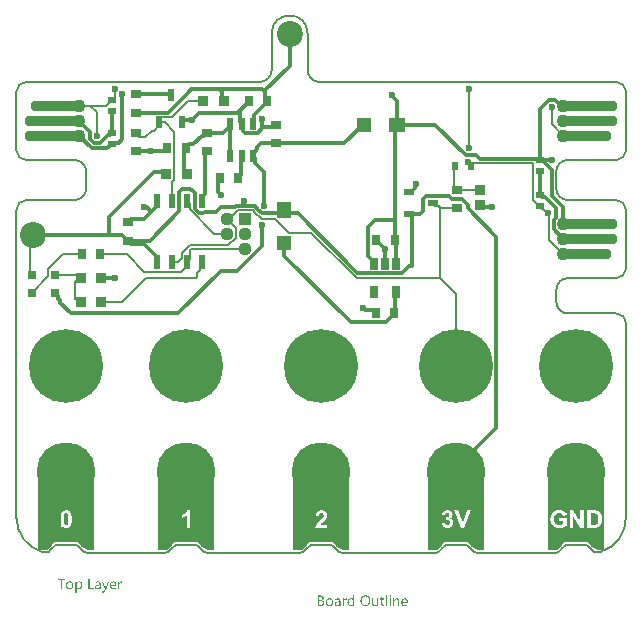
<source format=gtl>
G04*
G04 #@! TF.GenerationSoftware,Altium Limited,Altium Designer,22.11.1 (43)*
G04*
G04 Layer_Physical_Order=1*
G04 Layer_Color=255*
%FSAX44Y44*%
%MOMM*%
G71*
G04*
G04 #@! TF.SameCoordinates,9ACCB5CA-CB32-4648-9133-37158E338149*
G04*
G04*
G04 #@! TF.FilePolarity,Positive*
G04*
G01*
G75*
%ADD12C,0.1500*%
%ADD13C,0.2000*%
G04:AMPARAMS|DCode=40|XSize=0.9mm|YSize=4.3mm|CornerRadius=0.351mm|HoleSize=0mm|Usage=FLASHONLY|Rotation=90.000|XOffset=0mm|YOffset=0mm|HoleType=Round|Shape=RoundedRectangle|*
%AMROUNDEDRECTD40*
21,1,0.9000,3.5980,0,0,90.0*
21,1,0.1980,4.3000,0,0,90.0*
1,1,0.7020,1.7990,0.0990*
1,1,0.7020,1.7990,-0.0990*
1,1,0.7020,-1.7990,-0.0990*
1,1,0.7020,-1.7990,0.0990*
%
%ADD40ROUNDEDRECTD40*%
G04:AMPARAMS|DCode=41|XSize=0.9mm|YSize=4.8mm|CornerRadius=0.351mm|HoleSize=0mm|Usage=FLASHONLY|Rotation=90.000|XOffset=0mm|YOffset=0mm|HoleType=Round|Shape=RoundedRectangle|*
%AMROUNDEDRECTD41*
21,1,0.9000,4.0980,0,0,90.0*
21,1,0.1980,4.8000,0,0,90.0*
1,1,0.7020,2.0490,0.0990*
1,1,0.7020,2.0490,-0.0990*
1,1,0.7020,-2.0490,-0.0990*
1,1,0.7020,-2.0490,0.0990*
%
%ADD41ROUNDEDRECTD41*%
%ADD60C,1.1000*%
%ADD61C,2.2000*%
%ADD62R,0.7000X0.6000*%
%ADD63R,1.2000X1.3000*%
%ADD64R,1.2000X1.3500*%
%ADD65R,0.5500X1.2500*%
%ADD66R,0.9000X0.8000*%
%ADD67R,0.7000X1.0000*%
%ADD68R,1.3500X1.2000*%
%ADD69R,1.3000X1.2000*%
%ADD70R,0.8000X0.9000*%
%ADD71R,0.6000X1.0000*%
%ADD72R,0.5588X1.0668*%
%ADD73R,0.9652X0.9144*%
%ADD74R,0.8128X0.7620*%
%ADD75R,0.6000X0.8000*%
%ADD76R,0.7620X0.8128*%
%ADD77R,0.8000X0.8000*%
%ADD78R,0.9144X0.8128*%
%ADD79R,0.9000X0.6000*%
%ADD80C,0.3000*%
%ADD81C,0.3500*%
%ADD82C,6.2500*%
%ADD83C,1.1100*%
%ADD84R,1.1100X1.1100*%
%ADD85C,5.0000*%
%ADD86C,0.6000*%
G36*
X-00090650Y-00013761D02*
X-00090650Y-00043074D01*
X-00090651Y-00043074D01*
X-00090651Y-00050340D01*
X-00094651Y-00050326D01*
X-00094651Y-00050326D01*
X-00095669Y-00050326D01*
X-00097639Y-00049816D01*
X-00099419Y-00048829D01*
X-00100896Y-00047428D01*
X-00101435Y-00046565D01*
X-00101418Y-00046553D01*
X-00102013Y-00045778D01*
X-00103462Y-00044473D01*
X-00105184Y-00043558D01*
X-00107076Y-00043086D01*
X-00107266Y-00043074D01*
X-00120588Y-00043074D01*
X-00121497Y-00043130D01*
X-00123389Y-00043601D01*
X-00125111Y-00044517D01*
X-00126560Y-00045822D01*
X-00127155Y-00046597D01*
X-00127155Y-00046597D01*
X-00127155Y-00046597D01*
X-00127155Y-00046597D01*
X-00127137Y-00046609D01*
X-00127677Y-00047472D01*
X-00129153Y-00048873D01*
X-00130934Y-00049860D01*
X-00132904Y-00050370D01*
X-00133922Y-00050370D01*
X-00133922Y-00050370D01*
X-00137922Y-00050384D01*
X-00137922Y-00043074D01*
X-00137950Y-00043074D01*
X-00137950Y-00013761D01*
X-00137950Y00012552D01*
X-00090650Y00012552D01*
X-00090650Y-00013761D01*
X-00090650Y-00013761D02*
G37*
G36*
X-00192250Y-00013634D02*
X-00192250Y-00013634D01*
X-00192250Y-00043074D01*
X-00192251Y-00043074D01*
X-00192251Y-00050340D01*
X-00196251Y-00050326D01*
X-00196251Y-00050326D01*
X-00197269Y-00050326D01*
X-00199239Y-00049816D01*
X-00201019Y-00048829D01*
X-00202496Y-00047428D01*
X-00203035Y-00046565D01*
X-00203018Y-00046553D01*
X-00203612Y-00045778D01*
X-00205062Y-00044473D01*
X-00206784Y-00043558D01*
X-00208676Y-00043086D01*
X-00208866Y-00043074D01*
X-00222188Y-00043074D01*
X-00223097Y-00043130D01*
X-00224989Y-00043601D01*
X-00226711Y-00044517D01*
X-00228160Y-00045822D01*
X-00228755Y-00046597D01*
X-00228755Y-00046597D01*
X-00228755Y-00046597D01*
X-00228755Y-00046597D01*
X-00228738Y-00046609D01*
X-00229277Y-00047472D01*
X-00230753Y-00048873D01*
X-00232533Y-00049860D01*
X-00234504Y-00050370D01*
X-00235522Y-00050370D01*
X-00235522Y-00050370D01*
X-00239522Y-00050384D01*
X-00239522Y-00043074D01*
X-00239550Y-00043074D01*
X-00239550Y-00013634D01*
X-00239550Y00012552D01*
X-00192250Y00012552D01*
X-00192250Y-00013634D01*
X-00192250Y-00013634D02*
G37*
G36*
X00239550Y-00013538D02*
X00239550Y-00043074D01*
X00239549Y-00043074D01*
X00239549Y-00050340D01*
X00235549Y-00050326D01*
X00235549Y-00050326D01*
X00234531Y-00050326D01*
X00232561Y-00049816D01*
X00230781Y-00048829D01*
X00229304Y-00047428D01*
X00228765Y-00046565D01*
X00228782Y-00046554D01*
X00228188Y-00045778D01*
X00226738Y-00044473D01*
X00225016Y-00043558D01*
X00223124Y-00043086D01*
X00222934Y-00043074D01*
X00209612Y-00043074D01*
X00208703Y-00043130D01*
X00206811Y-00043601D01*
X00205089Y-00044517D01*
X00203640Y-00045822D01*
X00203045Y-00046597D01*
X00203045Y-00046597D01*
X00203045Y-00046597D01*
X00203045Y-00046597D01*
X00203062Y-00046609D01*
X00202523Y-00047472D01*
X00201047Y-00048873D01*
X00199266Y-00049860D01*
X00197296Y-00050370D01*
X00196278Y-00050370D01*
X00196278Y-00050370D01*
X00192278Y-00050384D01*
X00192278Y-00043074D01*
X00192250Y-00043074D01*
X00192250Y-00013538D01*
X00192250Y00012552D01*
X00239550Y00012552D01*
X00239550Y-00013538D01*
X00239550Y-00013538D02*
G37*
G36*
X00137950Y-00013634D02*
X00137950Y-00043074D01*
X00137949Y-00043074D01*
X00137949Y-00050340D01*
X00133949Y-00050326D01*
X00133949Y-00050326D01*
X00132931Y-00050326D01*
X00130961Y-00049816D01*
X00129180Y-00048829D01*
X00127704Y-00047428D01*
X00127165Y-00046565D01*
X00127182Y-00046554D01*
X00126587Y-00045778D01*
X00125138Y-00044473D01*
X00123416Y-00043558D01*
X00121524Y-00043086D01*
X00121334Y-00043074D01*
X00108012Y-00043074D01*
X00107103Y-00043130D01*
X00105211Y-00043601D01*
X00103489Y-00044517D01*
X00102040Y-00045822D01*
X00101445Y-00046597D01*
X00101445Y-00046597D01*
X00101445Y-00046597D01*
X00101445Y-00046597D01*
X00101462Y-00046609D01*
X00100923Y-00047472D01*
X00099447Y-00048873D01*
X00097667Y-00049860D01*
X00095696Y-00050370D01*
X00094678Y-00050370D01*
X00094678Y-00050370D01*
X00090678Y-00050384D01*
X00090678Y-00043074D01*
X00090650Y-00043074D01*
X00090650Y-00013634D01*
X00090650Y-00013634D01*
X00090650Y00012552D01*
X00137950Y00012552D01*
X00137950Y-00013634D01*
X00137950Y-00013634D02*
G37*
G36*
X00023650Y00012552D02*
X00023650Y-00013762D01*
X00023650Y-00013762D01*
X00023650Y-00043074D01*
X00023649Y-00043074D01*
X00023649Y-00050340D01*
X00019649Y-00050326D01*
X00019649Y-00050326D01*
X00018631Y-00050326D01*
X00016661Y-00049816D01*
X00014880Y-00048829D01*
X00013404Y-00047428D01*
X00012865Y-00046565D01*
X00012882Y-00046554D01*
X00012287Y-00045778D01*
X00010838Y-00044473D01*
X00009116Y-00043558D01*
X00007224Y-00043086D01*
X00007035Y-00043074D01*
X-00006288Y-00043074D01*
X-00007197Y-00043130D01*
X-00009089Y-00043601D01*
X-00010811Y-00044517D01*
X-00012260Y-00045822D01*
X-00012855Y-00046597D01*
X-00012855Y-00046597D01*
X-00012855Y-00046597D01*
X-00012855Y-00046597D01*
X-00012838Y-00046609D01*
X-00013377Y-00047472D01*
X-00014853Y-00048873D01*
X-00016633Y-00049860D01*
X-00018604Y-00050370D01*
X-00019622Y-00050370D01*
X-00019622Y-00050370D01*
X-00023622Y-00050384D01*
X-00023622Y-00043074D01*
X-00023650Y-00043074D01*
X-00023650Y-00013762D01*
X-00023650Y-00013762D01*
X-00023650Y00012552D01*
X00023650Y00012552D01*
X00023650Y00012552D02*
G37*
G36*
X-00204820Y-00076814D02*
X-00204734Y-00076821D01*
X-00204632Y-00076829D01*
X-00204514Y-00076853D01*
X-00204381Y-00076877D01*
X-00204232Y-00076916D01*
X-00204083Y-00076963D01*
X-00203926Y-00077018D01*
X-00203769Y-00077088D01*
X-00203604Y-00077167D01*
X-00203447Y-00077269D01*
X-00203298Y-00077387D01*
X-00203149Y-00077520D01*
X-00203015Y-00077669D01*
X-00203008Y-00077677D01*
X-00202984Y-00077708D01*
X-00202953Y-00077755D01*
X-00202906Y-00077826D01*
X-00202858Y-00077913D01*
X-00202796Y-00078014D01*
X-00202733Y-00078140D01*
X-00202670Y-00078274D01*
X-00202607Y-00078431D01*
X-00202544Y-00078603D01*
X-00202482Y-00078791D01*
X-00202435Y-00078996D01*
X-00202388Y-00079215D01*
X-00202356Y-00079451D01*
X-00202332Y-00079702D01*
X-00202325Y-00079961D01*
X-00202325Y-00079969D01*
X-00202325Y-00079977D01*
X-00202325Y-00080000D01*
X-00202325Y-00080032D01*
X-00202332Y-00080118D01*
X-00202340Y-00080228D01*
X-00202348Y-00080361D01*
X-00202364Y-00080518D01*
X-00202388Y-00080691D01*
X-00202419Y-00080879D01*
X-00202466Y-00081075D01*
X-00202513Y-00081287D01*
X-00202576Y-00081499D01*
X-00202654Y-00081711D01*
X-00202741Y-00081923D01*
X-00202843Y-00082135D01*
X-00202968Y-00082331D01*
X-00203102Y-00082520D01*
X-00203109Y-00082527D01*
X-00203141Y-00082559D01*
X-00203180Y-00082606D01*
X-00203243Y-00082669D01*
X-00203321Y-00082739D01*
X-00203416Y-00082826D01*
X-00203533Y-00082912D01*
X-00203659Y-00082998D01*
X-00203800Y-00083085D01*
X-00203965Y-00083171D01*
X-00204138Y-00083257D01*
X-00204326Y-00083328D01*
X-00204530Y-00083391D01*
X-00204750Y-00083438D01*
X-00204985Y-00083469D01*
X-00205229Y-00083477D01*
X-00205284Y-00083477D01*
X-00205346Y-00083469D01*
X-00205433Y-00083461D01*
X-00205535Y-00083446D01*
X-00205653Y-00083422D01*
X-00205786Y-00083391D01*
X-00205935Y-00083344D01*
X-00206084Y-00083289D01*
X-00206241Y-00083218D01*
X-00206398Y-00083132D01*
X-00206563Y-00083030D01*
X-00206720Y-00082904D01*
X-00206869Y-00082763D01*
X-00207010Y-00082598D01*
X-00207144Y-00082410D01*
X-00207167Y-00082410D01*
X-00207167Y-00086256D01*
X-00208188Y-00086256D01*
X-00208188Y-00076955D01*
X-00207167Y-00076955D01*
X-00207167Y-00078077D01*
X-00207144Y-00078077D01*
X-00207136Y-00078062D01*
X-00207104Y-00078022D01*
X-00207065Y-00077960D01*
X-00207002Y-00077881D01*
X-00206924Y-00077779D01*
X-00206830Y-00077677D01*
X-00206712Y-00077559D01*
X-00206586Y-00077442D01*
X-00206437Y-00077324D01*
X-00206273Y-00077206D01*
X-00206092Y-00077104D01*
X-00205896Y-00077002D01*
X-00205684Y-00076923D01*
X-00205448Y-00076861D01*
X-00205205Y-00076821D01*
X-00204938Y-00076806D01*
X-00204883Y-00076806D01*
X-00204820Y-00076814D01*
X-00204820Y-00076814D02*
G37*
G36*
X-00169031Y-00076853D02*
X-00168945Y-00076853D01*
X-00168850Y-00076869D01*
X-00168748Y-00076884D01*
X-00168646Y-00076900D01*
X-00168560Y-00076931D01*
X-00168560Y-00077991D01*
X-00168576Y-00077983D01*
X-00168607Y-00077960D01*
X-00168670Y-00077928D01*
X-00168756Y-00077889D01*
X-00168874Y-00077850D01*
X-00169000Y-00077818D01*
X-00169156Y-00077795D01*
X-00169337Y-00077787D01*
X-00169400Y-00077787D01*
X-00169447Y-00077795D01*
X-00169502Y-00077803D01*
X-00169565Y-00077818D01*
X-00169714Y-00077865D01*
X-00169800Y-00077897D01*
X-00169886Y-00077936D01*
X-00169981Y-00077991D01*
X-00170075Y-00078046D01*
X-00170161Y-00078116D01*
X-00170255Y-00078203D01*
X-00170342Y-00078297D01*
X-00170428Y-00078407D01*
X-00170436Y-00078415D01*
X-00170444Y-00078438D01*
X-00170467Y-00078470D01*
X-00170499Y-00078517D01*
X-00170530Y-00078580D01*
X-00170569Y-00078658D01*
X-00170609Y-00078744D01*
X-00170648Y-00078847D01*
X-00170687Y-00078956D01*
X-00170726Y-00079082D01*
X-00170765Y-00079223D01*
X-00170797Y-00079372D01*
X-00170828Y-00079537D01*
X-00170852Y-00079710D01*
X-00170860Y-00079890D01*
X-00170868Y-00080086D01*
X-00170868Y-00083328D01*
X-00171888Y-00083328D01*
X-00171888Y-00076955D01*
X-00170868Y-00076955D01*
X-00170868Y-00078274D01*
X-00170844Y-00078274D01*
X-00170844Y-00078266D01*
X-00170836Y-00078242D01*
X-00170820Y-00078211D01*
X-00170805Y-00078164D01*
X-00170781Y-00078109D01*
X-00170750Y-00078038D01*
X-00170679Y-00077889D01*
X-00170585Y-00077716D01*
X-00170467Y-00077544D01*
X-00170334Y-00077379D01*
X-00170177Y-00077222D01*
X-00170169Y-00077214D01*
X-00170153Y-00077206D01*
X-00170130Y-00077190D01*
X-00170098Y-00077159D01*
X-00170059Y-00077136D01*
X-00170004Y-00077104D01*
X-00169886Y-00077033D01*
X-00169737Y-00076963D01*
X-00169565Y-00076900D01*
X-00169376Y-00076861D01*
X-00169274Y-00076853D01*
X-00169172Y-00076845D01*
X-00169109Y-00076845D01*
X-00169031Y-00076853D01*
X-00169031Y-00076853D02*
G37*
G36*
X-00182578Y-00084348D02*
X-00182578Y-00084356D01*
X-00182585Y-00084372D01*
X-00182601Y-00084395D01*
X-00182617Y-00084435D01*
X-00182633Y-00084482D01*
X-00182656Y-00084529D01*
X-00182719Y-00084654D01*
X-00182805Y-00084803D01*
X-00182899Y-00084976D01*
X-00183017Y-00085149D01*
X-00183151Y-00085337D01*
X-00183300Y-00085518D01*
X-00183465Y-00085698D01*
X-00183645Y-00085871D01*
X-00183841Y-00086020D01*
X-00184053Y-00086146D01*
X-00184163Y-00086193D01*
X-00184281Y-00086240D01*
X-00184398Y-00086279D01*
X-00184524Y-00086303D01*
X-00184650Y-00086318D01*
X-00184783Y-00086326D01*
X-00184846Y-00086326D01*
X-00184924Y-00086318D01*
X-00185019Y-00086318D01*
X-00185121Y-00086303D01*
X-00185230Y-00086287D01*
X-00185348Y-00086271D01*
X-00185450Y-00086240D01*
X-00185450Y-00085329D01*
X-00185434Y-00085337D01*
X-00185395Y-00085345D01*
X-00185332Y-00085361D01*
X-00185254Y-00085384D01*
X-00185160Y-00085408D01*
X-00185058Y-00085424D01*
X-00184948Y-00085431D01*
X-00184846Y-00085439D01*
X-00184814Y-00085439D01*
X-00184775Y-00085431D01*
X-00184720Y-00085424D01*
X-00184657Y-00085408D01*
X-00184579Y-00085392D01*
X-00184501Y-00085361D01*
X-00184406Y-00085322D01*
X-00184320Y-00085274D01*
X-00184218Y-00085212D01*
X-00184124Y-00085141D01*
X-00184030Y-00085055D01*
X-00183935Y-00084945D01*
X-00183841Y-00084827D01*
X-00183763Y-00084686D01*
X-00183684Y-00084521D01*
X-00183174Y-00083320D01*
X-00185662Y-00076955D01*
X-00184532Y-00076955D01*
X-00182805Y-00081860D01*
X-00182805Y-00081868D01*
X-00182797Y-00081884D01*
X-00182789Y-00081907D01*
X-00182774Y-00081954D01*
X-00182758Y-00082017D01*
X-00182742Y-00082104D01*
X-00182711Y-00082213D01*
X-00182680Y-00082347D01*
X-00182640Y-00082347D01*
X-00182640Y-00082339D01*
X-00182633Y-00082316D01*
X-00182625Y-00082284D01*
X-00182609Y-00082229D01*
X-00182593Y-00082166D01*
X-00182578Y-00082088D01*
X-00182546Y-00081986D01*
X-00182515Y-00081876D01*
X-00180702Y-00076955D01*
X-00179650Y-00076955D01*
X-00182578Y-00084348D01*
X-00182578Y-00084348D02*
G37*
G36*
X-00188794Y-00076814D02*
X-00188739Y-00076814D01*
X-00188684Y-00076821D01*
X-00188613Y-00076829D01*
X-00188535Y-00076845D01*
X-00188370Y-00076877D01*
X-00188174Y-00076931D01*
X-00187977Y-00077002D01*
X-00187766Y-00077104D01*
X-00187554Y-00077230D01*
X-00187452Y-00077300D01*
X-00187349Y-00077387D01*
X-00187255Y-00077481D01*
X-00187161Y-00077575D01*
X-00187075Y-00077685D01*
X-00186996Y-00077810D01*
X-00186918Y-00077936D01*
X-00186847Y-00078077D01*
X-00186792Y-00078234D01*
X-00186737Y-00078399D01*
X-00186698Y-00078572D01*
X-00186667Y-00078768D01*
X-00186651Y-00078964D01*
X-00186643Y-00079184D01*
X-00186643Y-00083328D01*
X-00187663Y-00083328D01*
X-00187663Y-00082339D01*
X-00187687Y-00082339D01*
X-00187695Y-00082355D01*
X-00187718Y-00082386D01*
X-00187758Y-00082441D01*
X-00187813Y-00082520D01*
X-00187883Y-00082606D01*
X-00187970Y-00082700D01*
X-00188064Y-00082802D01*
X-00188181Y-00082904D01*
X-00188315Y-00083014D01*
X-00188456Y-00083116D01*
X-00188621Y-00083210D01*
X-00188794Y-00083297D01*
X-00188990Y-00083375D01*
X-00189194Y-00083430D01*
X-00189414Y-00083461D01*
X-00189649Y-00083477D01*
X-00189743Y-00083477D01*
X-00189806Y-00083469D01*
X-00189885Y-00083461D01*
X-00189979Y-00083454D01*
X-00190081Y-00083438D01*
X-00190191Y-00083414D01*
X-00190434Y-00083351D01*
X-00190552Y-00083312D01*
X-00190677Y-00083265D01*
X-00190803Y-00083210D01*
X-00190921Y-00083140D01*
X-00191031Y-00083061D01*
X-00191140Y-00082975D01*
X-00191148Y-00082967D01*
X-00191164Y-00082951D01*
X-00191187Y-00082920D01*
X-00191227Y-00082881D01*
X-00191266Y-00082833D01*
X-00191305Y-00082771D01*
X-00191360Y-00082700D01*
X-00191407Y-00082622D01*
X-00191454Y-00082527D01*
X-00191501Y-00082425D01*
X-00191549Y-00082316D01*
X-00191588Y-00082198D01*
X-00191627Y-00082072D01*
X-00191651Y-00081939D01*
X-00191666Y-00081790D01*
X-00191674Y-00081641D01*
X-00191674Y-00081633D01*
X-00191674Y-00081617D01*
X-00191674Y-00081594D01*
X-00191666Y-00081562D01*
X-00191666Y-00081523D01*
X-00191658Y-00081476D01*
X-00191643Y-00081358D01*
X-00191611Y-00081217D01*
X-00191564Y-00081060D01*
X-00191501Y-00080887D01*
X-00191407Y-00080707D01*
X-00191297Y-00080526D01*
X-00191164Y-00080345D01*
X-00191078Y-00080259D01*
X-00190991Y-00080173D01*
X-00190889Y-00080086D01*
X-00190787Y-00080008D01*
X-00190669Y-00079930D01*
X-00190544Y-00079859D01*
X-00190410Y-00079796D01*
X-00190261Y-00079733D01*
X-00190104Y-00079678D01*
X-00189940Y-00079631D01*
X-00189759Y-00079592D01*
X-00189571Y-00079561D01*
X-00187663Y-00079294D01*
X-00187663Y-00079286D01*
X-00187663Y-00079278D01*
X-00187663Y-00079255D01*
X-00187663Y-00079223D01*
X-00187671Y-00079145D01*
X-00187687Y-00079043D01*
X-00187703Y-00078917D01*
X-00187734Y-00078776D01*
X-00187773Y-00078635D01*
X-00187828Y-00078478D01*
X-00187899Y-00078328D01*
X-00187985Y-00078179D01*
X-00188087Y-00078046D01*
X-00188213Y-00077920D01*
X-00188370Y-00077818D01*
X-00188542Y-00077740D01*
X-00188637Y-00077708D01*
X-00188747Y-00077685D01*
X-00188857Y-00077677D01*
X-00188974Y-00077669D01*
X-00189029Y-00077669D01*
X-00189084Y-00077677D01*
X-00189170Y-00077685D01*
X-00189272Y-00077693D01*
X-00189390Y-00077708D01*
X-00189524Y-00077732D01*
X-00189665Y-00077763D01*
X-00189822Y-00077810D01*
X-00189987Y-00077857D01*
X-00190159Y-00077920D01*
X-00190340Y-00077999D01*
X-00190520Y-00078093D01*
X-00190701Y-00078195D01*
X-00190881Y-00078313D01*
X-00191054Y-00078454D01*
X-00191054Y-00077410D01*
X-00191046Y-00077402D01*
X-00191015Y-00077387D01*
X-00190960Y-00077355D01*
X-00190889Y-00077316D01*
X-00190795Y-00077269D01*
X-00190693Y-00077222D01*
X-00190567Y-00077167D01*
X-00190426Y-00077104D01*
X-00190277Y-00077049D01*
X-00190112Y-00076994D01*
X-00189932Y-00076947D01*
X-00189743Y-00076900D01*
X-00189539Y-00076861D01*
X-00189335Y-00076829D01*
X-00189116Y-00076814D01*
X-00188888Y-00076806D01*
X-00188833Y-00076806D01*
X-00188794Y-00076814D01*
X-00188794Y-00076814D02*
G37*
G36*
X-00196014Y-00082386D02*
X-00192428Y-00082386D01*
X-00192428Y-00083328D01*
X-00197058Y-00083328D01*
X-00197058Y-00074404D01*
X-00196014Y-00074404D01*
X-00196014Y-00082386D01*
X-00196014Y-00082386D02*
G37*
G36*
X-00216923Y-00075354D02*
X-00219497Y-00075354D01*
X-00219497Y-00083328D01*
X-00220541Y-00083328D01*
X-00220541Y-00075354D01*
X-00223116Y-00075354D01*
X-00223116Y-00074404D01*
X-00216923Y-00074404D01*
X-00216923Y-00075354D01*
X-00216923Y-00075354D02*
G37*
G36*
X-00175930Y-00076814D02*
X-00175844Y-00076821D01*
X-00175734Y-00076829D01*
X-00175616Y-00076845D01*
X-00175483Y-00076877D01*
X-00175341Y-00076908D01*
X-00175184Y-00076947D01*
X-00175027Y-00077002D01*
X-00174870Y-00077073D01*
X-00174705Y-00077151D01*
X-00174548Y-00077245D01*
X-00174399Y-00077355D01*
X-00174250Y-00077481D01*
X-00174117Y-00077622D01*
X-00174109Y-00077630D01*
X-00174085Y-00077661D01*
X-00174054Y-00077708D01*
X-00174007Y-00077771D01*
X-00173960Y-00077850D01*
X-00173897Y-00077952D01*
X-00173834Y-00078069D01*
X-00173771Y-00078203D01*
X-00173709Y-00078360D01*
X-00173646Y-00078525D01*
X-00173583Y-00078713D01*
X-00173536Y-00078909D01*
X-00173489Y-00079129D01*
X-00173458Y-00079357D01*
X-00173434Y-00079608D01*
X-00173426Y-00079867D01*
X-00173426Y-00080400D01*
X-00177931Y-00080400D01*
X-00177931Y-00080416D01*
X-00177931Y-00080448D01*
X-00177923Y-00080503D01*
X-00177915Y-00080573D01*
X-00177908Y-00080667D01*
X-00177892Y-00080769D01*
X-00177876Y-00080879D01*
X-00177845Y-00081005D01*
X-00177774Y-00081272D01*
X-00177727Y-00081405D01*
X-00177672Y-00081546D01*
X-00177609Y-00081680D01*
X-00177539Y-00081813D01*
X-00177453Y-00081931D01*
X-00177358Y-00082049D01*
X-00177350Y-00082057D01*
X-00177335Y-00082072D01*
X-00177303Y-00082104D01*
X-00177256Y-00082135D01*
X-00177201Y-00082182D01*
X-00177131Y-00082229D01*
X-00177052Y-00082284D01*
X-00176966Y-00082331D01*
X-00176864Y-00082386D01*
X-00176746Y-00082441D01*
X-00176628Y-00082488D01*
X-00176487Y-00082535D01*
X-00176346Y-00082567D01*
X-00176189Y-00082598D01*
X-00176024Y-00082614D01*
X-00175851Y-00082622D01*
X-00175804Y-00082622D01*
X-00175749Y-00082614D01*
X-00175671Y-00082614D01*
X-00175577Y-00082598D01*
X-00175467Y-00082582D01*
X-00175341Y-00082559D01*
X-00175200Y-00082535D01*
X-00175051Y-00082496D01*
X-00174894Y-00082449D01*
X-00174729Y-00082394D01*
X-00174564Y-00082323D01*
X-00174391Y-00082245D01*
X-00174219Y-00082151D01*
X-00174046Y-00082041D01*
X-00173874Y-00081915D01*
X-00173874Y-00082873D01*
X-00173881Y-00082881D01*
X-00173913Y-00082896D01*
X-00173960Y-00082928D01*
X-00174023Y-00082967D01*
X-00174109Y-00083014D01*
X-00174211Y-00083061D01*
X-00174329Y-00083116D01*
X-00174462Y-00083171D01*
X-00174619Y-00083234D01*
X-00174784Y-00083289D01*
X-00174964Y-00083336D01*
X-00175161Y-00083383D01*
X-00175373Y-00083422D01*
X-00175600Y-00083454D01*
X-00175844Y-00083469D01*
X-00176095Y-00083477D01*
X-00176157Y-00083477D01*
X-00176220Y-00083469D01*
X-00176314Y-00083461D01*
X-00176432Y-00083454D01*
X-00176566Y-00083430D01*
X-00176707Y-00083406D01*
X-00176864Y-00083367D01*
X-00177029Y-00083320D01*
X-00177201Y-00083265D01*
X-00177382Y-00083195D01*
X-00177554Y-00083116D01*
X-00177735Y-00083014D01*
X-00177900Y-00082896D01*
X-00178065Y-00082763D01*
X-00178214Y-00082614D01*
X-00178222Y-00082606D01*
X-00178245Y-00082575D01*
X-00178284Y-00082520D01*
X-00178332Y-00082449D01*
X-00178394Y-00082363D01*
X-00178457Y-00082253D01*
X-00178528Y-00082127D01*
X-00178598Y-00081978D01*
X-00178669Y-00081821D01*
X-00178740Y-00081633D01*
X-00178802Y-00081437D01*
X-00178865Y-00081217D01*
X-00178912Y-00080981D01*
X-00178951Y-00080730D01*
X-00178975Y-00080455D01*
X-00178983Y-00080173D01*
X-00178983Y-00080165D01*
X-00178983Y-00080157D01*
X-00178983Y-00080134D01*
X-00178983Y-00080110D01*
X-00178975Y-00080032D01*
X-00178967Y-00079922D01*
X-00178959Y-00079796D01*
X-00178936Y-00079655D01*
X-00178912Y-00079490D01*
X-00178881Y-00079310D01*
X-00178834Y-00079121D01*
X-00178779Y-00078925D01*
X-00178708Y-00078721D01*
X-00178630Y-00078517D01*
X-00178536Y-00078321D01*
X-00178418Y-00078116D01*
X-00178292Y-00077928D01*
X-00178143Y-00077748D01*
X-00178135Y-00077740D01*
X-00178104Y-00077708D01*
X-00178057Y-00077661D01*
X-00177994Y-00077599D01*
X-00177908Y-00077528D01*
X-00177806Y-00077449D01*
X-00177696Y-00077363D01*
X-00177562Y-00077277D01*
X-00177421Y-00077190D01*
X-00177256Y-00077104D01*
X-00177084Y-00077026D01*
X-00176903Y-00076955D01*
X-00176707Y-00076892D01*
X-00176495Y-00076845D01*
X-00176275Y-00076814D01*
X-00176048Y-00076806D01*
X-00175993Y-00076806D01*
X-00175930Y-00076814D01*
X-00175930Y-00076814D02*
G37*
G36*
X-00212708Y-00076814D02*
X-00212606Y-00076821D01*
X-00212489Y-00076829D01*
X-00212347Y-00076853D01*
X-00212198Y-00076877D01*
X-00212033Y-00076916D01*
X-00211853Y-00076963D01*
X-00211672Y-00077018D01*
X-00211492Y-00077088D01*
X-00211304Y-00077175D01*
X-00211123Y-00077277D01*
X-00210942Y-00077394D01*
X-00210778Y-00077528D01*
X-00210621Y-00077685D01*
X-00210613Y-00077693D01*
X-00210589Y-00077724D01*
X-00210550Y-00077779D01*
X-00210495Y-00077850D01*
X-00210432Y-00077936D01*
X-00210369Y-00078046D01*
X-00210291Y-00078172D01*
X-00210220Y-00078321D01*
X-00210142Y-00078485D01*
X-00210071Y-00078666D01*
X-00210008Y-00078862D01*
X-00209946Y-00079082D01*
X-00209891Y-00079317D01*
X-00209851Y-00079569D01*
X-00209828Y-00079835D01*
X-00209820Y-00080118D01*
X-00209820Y-00080126D01*
X-00209820Y-00080134D01*
X-00209820Y-00080157D01*
X-00209820Y-00080189D01*
X-00209828Y-00080267D01*
X-00209836Y-00080369D01*
X-00209844Y-00080503D01*
X-00209867Y-00080652D01*
X-00209891Y-00080816D01*
X-00209930Y-00080997D01*
X-00209977Y-00081185D01*
X-00210032Y-00081389D01*
X-00210103Y-00081594D01*
X-00210181Y-00081798D01*
X-00210283Y-00082002D01*
X-00210401Y-00082198D01*
X-00210534Y-00082386D01*
X-00210683Y-00082567D01*
X-00210691Y-00082575D01*
X-00210723Y-00082606D01*
X-00210770Y-00082653D01*
X-00210840Y-00082708D01*
X-00210927Y-00082779D01*
X-00211029Y-00082857D01*
X-00211154Y-00082936D01*
X-00211296Y-00083022D01*
X-00211453Y-00083108D01*
X-00211625Y-00083187D01*
X-00211814Y-00083265D01*
X-00212018Y-00083336D01*
X-00212245Y-00083391D01*
X-00212481Y-00083438D01*
X-00212724Y-00083469D01*
X-00212991Y-00083477D01*
X-00213054Y-00083477D01*
X-00213124Y-00083469D01*
X-00213226Y-00083461D01*
X-00213344Y-00083454D01*
X-00213485Y-00083430D01*
X-00213634Y-00083406D01*
X-00213799Y-00083367D01*
X-00213980Y-00083320D01*
X-00214160Y-00083257D01*
X-00214349Y-00083187D01*
X-00214537Y-00083100D01*
X-00214725Y-00082998D01*
X-00214914Y-00082881D01*
X-00215086Y-00082747D01*
X-00215251Y-00082590D01*
X-00215259Y-00082582D01*
X-00215291Y-00082551D01*
X-00215330Y-00082496D01*
X-00215385Y-00082425D01*
X-00215448Y-00082339D01*
X-00215518Y-00082229D01*
X-00215589Y-00082104D01*
X-00215667Y-00081954D01*
X-00215746Y-00081798D01*
X-00215824Y-00081617D01*
X-00215895Y-00081421D01*
X-00215958Y-00081209D01*
X-00216013Y-00080989D01*
X-00216052Y-00080746D01*
X-00216083Y-00080487D01*
X-00216091Y-00080220D01*
X-00216091Y-00080212D01*
X-00216091Y-00080204D01*
X-00216091Y-00080181D01*
X-00216091Y-00080149D01*
X-00216083Y-00080063D01*
X-00216075Y-00079953D01*
X-00216068Y-00079820D01*
X-00216044Y-00079663D01*
X-00216021Y-00079490D01*
X-00215981Y-00079302D01*
X-00215934Y-00079106D01*
X-00215879Y-00078901D01*
X-00215809Y-00078689D01*
X-00215722Y-00078478D01*
X-00215620Y-00078274D01*
X-00215510Y-00078077D01*
X-00215377Y-00077889D01*
X-00215220Y-00077708D01*
X-00215212Y-00077701D01*
X-00215181Y-00077669D01*
X-00215126Y-00077622D01*
X-00215055Y-00077567D01*
X-00214969Y-00077497D01*
X-00214859Y-00077426D01*
X-00214733Y-00077340D01*
X-00214592Y-00077253D01*
X-00214435Y-00077175D01*
X-00214254Y-00077088D01*
X-00214058Y-00077018D01*
X-00213846Y-00076947D01*
X-00213619Y-00076892D01*
X-00213375Y-00076845D01*
X-00213116Y-00076814D01*
X-00212842Y-00076806D01*
X-00212779Y-00076806D01*
X-00212708Y-00076814D01*
X-00212708Y-00076814D02*
G37*
G36*
X00058526Y-00088369D02*
X00058597Y-00088384D01*
X00058667Y-00088408D01*
X00058746Y-00088447D01*
X00058824Y-00088494D01*
X00058903Y-00088557D01*
X00058911Y-00088565D01*
X00058934Y-00088588D01*
X00058966Y-00088628D01*
X00059005Y-00088683D01*
X00059036Y-00088753D01*
X00059068Y-00088832D01*
X00059091Y-00088926D01*
X00059099Y-00089028D01*
X00059099Y-00089044D01*
X00059099Y-00089075D01*
X00059091Y-00089122D01*
X00059075Y-00089193D01*
X00059052Y-00089263D01*
X00059013Y-00089342D01*
X00058966Y-00089420D01*
X00058903Y-00089499D01*
X00058895Y-00089507D01*
X00058871Y-00089530D01*
X00058824Y-00089562D01*
X00058769Y-00089593D01*
X00058699Y-00089624D01*
X00058620Y-00089656D01*
X00058534Y-00089679D01*
X00058432Y-00089687D01*
X00058385Y-00089687D01*
X00058338Y-00089679D01*
X00058267Y-00089664D01*
X00058197Y-00089640D01*
X00058118Y-00089609D01*
X00058039Y-00089569D01*
X00057961Y-00089507D01*
X00057953Y-00089499D01*
X00057930Y-00089475D01*
X00057898Y-00089428D01*
X00057867Y-00089373D01*
X00057835Y-00089310D01*
X00057804Y-00089224D01*
X00057780Y-00089130D01*
X00057773Y-00089028D01*
X00057773Y-00089012D01*
X00057773Y-00088981D01*
X00057780Y-00088926D01*
X00057796Y-00088863D01*
X00057820Y-00088785D01*
X00057851Y-00088706D01*
X00057898Y-00088628D01*
X00057961Y-00088557D01*
X00057969Y-00088549D01*
X00057992Y-00088526D01*
X00058039Y-00088494D01*
X00058095Y-00088455D01*
X00058165Y-00088424D01*
X00058244Y-00088392D01*
X00058330Y-00088369D01*
X00058432Y-00088361D01*
X00058479Y-00088361D01*
X00058526Y-00088369D01*
X00058526Y-00088369D02*
G37*
G36*
X00028128Y-00097677D02*
X00027108Y-00097677D01*
X00027108Y-00096602D01*
X00027085Y-00096602D01*
X00027077Y-00096617D01*
X00027053Y-00096657D01*
X00027006Y-00096712D01*
X00026951Y-00096790D01*
X00026873Y-00096884D01*
X00026786Y-00096986D01*
X00026676Y-00097096D01*
X00026543Y-00097214D01*
X00026402Y-00097332D01*
X00026237Y-00097442D01*
X00026056Y-00097544D01*
X00025860Y-00097638D01*
X00025648Y-00097716D01*
X00025413Y-00097771D01*
X00025162Y-00097810D01*
X00024895Y-00097826D01*
X00024840Y-00097826D01*
X00024777Y-00097818D01*
X00024699Y-00097810D01*
X00024597Y-00097803D01*
X00024479Y-00097779D01*
X00024346Y-00097755D01*
X00024204Y-00097716D01*
X00024055Y-00097677D01*
X00023898Y-00097614D01*
X00023741Y-00097551D01*
X00023576Y-00097465D01*
X00023419Y-00097371D01*
X00023262Y-00097253D01*
X00023113Y-00097120D01*
X00022972Y-00096971D01*
X00022964Y-00096963D01*
X00022941Y-00096931D01*
X00022909Y-00096884D01*
X00022862Y-00096814D01*
X00022807Y-00096727D01*
X00022744Y-00096625D01*
X00022682Y-00096500D01*
X00022619Y-00096358D01*
X00022548Y-00096201D01*
X00022485Y-00096029D01*
X00022423Y-00095833D01*
X00022368Y-00095629D01*
X00022321Y-00095409D01*
X00022289Y-00095166D01*
X00022266Y-00094914D01*
X00022258Y-00094648D01*
X00022258Y-00094640D01*
X00022258Y-00094632D01*
X00022258Y-00094608D01*
X00022258Y-00094577D01*
X00022266Y-00094498D01*
X00022273Y-00094389D01*
X00022281Y-00094247D01*
X00022297Y-00094098D01*
X00022321Y-00093925D01*
X00022360Y-00093737D01*
X00022399Y-00093541D01*
X00022454Y-00093329D01*
X00022517Y-00093125D01*
X00022595Y-00092905D01*
X00022682Y-00092701D01*
X00022792Y-00092497D01*
X00022909Y-00092301D01*
X00023050Y-00092112D01*
X00023058Y-00092105D01*
X00023090Y-00092073D01*
X00023137Y-00092026D01*
X00023200Y-00091963D01*
X00023278Y-00091893D01*
X00023372Y-00091806D01*
X00023490Y-00091720D01*
X00023616Y-00091634D01*
X00023765Y-00091547D01*
X00023922Y-00091461D01*
X00024094Y-00091375D01*
X00024283Y-00091304D01*
X00024487Y-00091241D01*
X00024706Y-00091194D01*
X00024934Y-00091163D01*
X00025177Y-00091155D01*
X00025232Y-00091155D01*
X00025303Y-00091163D01*
X00025389Y-00091171D01*
X00025499Y-00091186D01*
X00025625Y-00091210D01*
X00025758Y-00091241D01*
X00025907Y-00091280D01*
X00026064Y-00091335D01*
X00026221Y-00091406D01*
X00026378Y-00091492D01*
X00026535Y-00091594D01*
X00026684Y-00091712D01*
X00026834Y-00091846D01*
X00026967Y-00092010D01*
X00027085Y-00092191D01*
X00027108Y-00092191D01*
X00027108Y-00088243D01*
X00028128Y-00088243D01*
X00028128Y-00097677D01*
X00028128Y-00097677D02*
G37*
G36*
X00064232Y-00091163D02*
X00064303Y-00091163D01*
X00064389Y-00091178D01*
X00064491Y-00091194D01*
X00064601Y-00091210D01*
X00064719Y-00091241D01*
X00064844Y-00091273D01*
X00064978Y-00091320D01*
X00065111Y-00091375D01*
X00065244Y-00091445D01*
X00065370Y-00091524D01*
X00065496Y-00091610D01*
X00065613Y-00091720D01*
X00065723Y-00091838D01*
X00065731Y-00091846D01*
X00065747Y-00091869D01*
X00065778Y-00091908D01*
X00065810Y-00091963D01*
X00065849Y-00092034D01*
X00065896Y-00092120D01*
X00065951Y-00092222D01*
X00066006Y-00092332D01*
X00066053Y-00092466D01*
X00066108Y-00092607D01*
X00066155Y-00092772D01*
X00066194Y-00092944D01*
X00066226Y-00093133D01*
X00066257Y-00093337D01*
X00066273Y-00093549D01*
X00066281Y-00093784D01*
X00066281Y-00097677D01*
X00065260Y-00097677D01*
X00065260Y-00094043D01*
X00065260Y-00094035D01*
X00065260Y-00094020D01*
X00065260Y-00093996D01*
X00065260Y-00093957D01*
X00065252Y-00093910D01*
X00065252Y-00093855D01*
X00065237Y-00093729D01*
X00065213Y-00093572D01*
X00065182Y-00093400D01*
X00065135Y-00093219D01*
X00065072Y-00093031D01*
X00064993Y-00092842D01*
X00064899Y-00092662D01*
X00064781Y-00092489D01*
X00064632Y-00092332D01*
X00064468Y-00092207D01*
X00064373Y-00092152D01*
X00064264Y-00092105D01*
X00064154Y-00092065D01*
X00064036Y-00092042D01*
X00063910Y-00092026D01*
X00063777Y-00092018D01*
X00063706Y-00092018D01*
X00063651Y-00092026D01*
X00063589Y-00092034D01*
X00063510Y-00092050D01*
X00063424Y-00092065D01*
X00063337Y-00092089D01*
X00063235Y-00092120D01*
X00063133Y-00092160D01*
X00063031Y-00092207D01*
X00062921Y-00092261D01*
X00062819Y-00092332D01*
X00062709Y-00092411D01*
X00062607Y-00092497D01*
X00062513Y-00092599D01*
X00062505Y-00092607D01*
X00062490Y-00092622D01*
X00062466Y-00092654D01*
X00062435Y-00092701D01*
X00062396Y-00092756D01*
X00062356Y-00092827D01*
X00062309Y-00092905D01*
X00062262Y-00092991D01*
X00062215Y-00093094D01*
X00062168Y-00093203D01*
X00062129Y-00093321D01*
X00062089Y-00093447D01*
X00062058Y-00093588D01*
X00062035Y-00093729D01*
X00062019Y-00093886D01*
X00062011Y-00094043D01*
X00062011Y-00097677D01*
X00060991Y-00097677D01*
X00060991Y-00091304D01*
X00062011Y-00091304D01*
X00062011Y-00092364D01*
X00062035Y-00092364D01*
X00062042Y-00092348D01*
X00062066Y-00092309D01*
X00062113Y-00092254D01*
X00062168Y-00092175D01*
X00062246Y-00092081D01*
X00062333Y-00091979D01*
X00062443Y-00091869D01*
X00062568Y-00091759D01*
X00062709Y-00091649D01*
X00062866Y-00091539D01*
X00063039Y-00091437D01*
X00063220Y-00091343D01*
X00063424Y-00091265D01*
X00063643Y-00091210D01*
X00063879Y-00091171D01*
X00064130Y-00091155D01*
X00064177Y-00091155D01*
X00064232Y-00091163D01*
X00064232Y-00091163D02*
G37*
G36*
X00021112Y-00091202D02*
X00021198Y-00091202D01*
X00021292Y-00091218D01*
X00021394Y-00091233D01*
X00021497Y-00091249D01*
X00021583Y-00091280D01*
X00021583Y-00092340D01*
X00021567Y-00092332D01*
X00021536Y-00092309D01*
X00021473Y-00092277D01*
X00021387Y-00092238D01*
X00021269Y-00092199D01*
X00021143Y-00092167D01*
X00020986Y-00092144D01*
X00020806Y-00092136D01*
X00020743Y-00092136D01*
X00020696Y-00092144D01*
X00020641Y-00092152D01*
X00020578Y-00092167D01*
X00020429Y-00092214D01*
X00020343Y-00092246D01*
X00020256Y-00092285D01*
X00020162Y-00092340D01*
X00020068Y-00092395D01*
X00019982Y-00092466D01*
X00019887Y-00092552D01*
X00019801Y-00092646D01*
X00019715Y-00092756D01*
X00019707Y-00092764D01*
X00019699Y-00092787D01*
X00019676Y-00092819D01*
X00019644Y-00092866D01*
X00019613Y-00092929D01*
X00019574Y-00093007D01*
X00019534Y-00093094D01*
X00019495Y-00093195D01*
X00019456Y-00093305D01*
X00019417Y-00093431D01*
X00019377Y-00093572D01*
X00019346Y-00093721D01*
X00019315Y-00093886D01*
X00019291Y-00094059D01*
X00019283Y-00094239D01*
X00019275Y-00094436D01*
X00019275Y-00097677D01*
X00018255Y-00097677D01*
X00018255Y-00091304D01*
X00019275Y-00091304D01*
X00019275Y-00092622D01*
X00019299Y-00092622D01*
X00019299Y-00092615D01*
X00019307Y-00092591D01*
X00019322Y-00092560D01*
X00019338Y-00092513D01*
X00019362Y-00092458D01*
X00019393Y-00092387D01*
X00019464Y-00092238D01*
X00019558Y-00092065D01*
X00019676Y-00091893D01*
X00019809Y-00091728D01*
X00019966Y-00091571D01*
X00019974Y-00091563D01*
X00019990Y-00091555D01*
X00020013Y-00091539D01*
X00020045Y-00091508D01*
X00020084Y-00091484D01*
X00020139Y-00091453D01*
X00020256Y-00091383D01*
X00020405Y-00091312D01*
X00020578Y-00091249D01*
X00020766Y-00091210D01*
X00020869Y-00091202D01*
X00020971Y-00091194D01*
X00021033Y-00091194D01*
X00021112Y-00091202D01*
X00021112Y-00091202D02*
G37*
G36*
X00048449Y-00097677D02*
X00047428Y-00097677D01*
X00047428Y-00096672D01*
X00047405Y-00096672D01*
X00047397Y-00096688D01*
X00047373Y-00096720D01*
X00047334Y-00096782D01*
X00047287Y-00096853D01*
X00047216Y-00096939D01*
X00047130Y-00097034D01*
X00047036Y-00097143D01*
X00046918Y-00097245D01*
X00046792Y-00097355D01*
X00046643Y-00097457D01*
X00046486Y-00097559D01*
X00046306Y-00097646D01*
X00046110Y-00097716D01*
X00045906Y-00097779D01*
X00045678Y-00097810D01*
X00045435Y-00097826D01*
X00045380Y-00097826D01*
X00045340Y-00097818D01*
X00045286Y-00097818D01*
X00045223Y-00097810D01*
X00045152Y-00097795D01*
X00045082Y-00097787D01*
X00044909Y-00097740D01*
X00044713Y-00097685D01*
X00044509Y-00097599D01*
X00044406Y-00097544D01*
X00044297Y-00097489D01*
X00044187Y-00097418D01*
X00044085Y-00097347D01*
X00043983Y-00097261D01*
X00043881Y-00097167D01*
X00043779Y-00097057D01*
X00043684Y-00096947D01*
X00043598Y-00096821D01*
X00043512Y-00096680D01*
X00043441Y-00096531D01*
X00043370Y-00096374D01*
X00043308Y-00096201D01*
X00043253Y-00096013D01*
X00043214Y-00095809D01*
X00043182Y-00095597D01*
X00043166Y-00095362D01*
X00043159Y-00095118D01*
X00043159Y-00091304D01*
X00044171Y-00091304D01*
X00044171Y-00094954D01*
X00044171Y-00094961D01*
X00044171Y-00094977D01*
X00044171Y-00095001D01*
X00044171Y-00095040D01*
X00044179Y-00095087D01*
X00044179Y-00095142D01*
X00044195Y-00095267D01*
X00044218Y-00095424D01*
X00044250Y-00095589D01*
X00044304Y-00095778D01*
X00044367Y-00095958D01*
X00044446Y-00096147D01*
X00044548Y-00096335D01*
X00044673Y-00096500D01*
X00044823Y-00096657D01*
X00045003Y-00096782D01*
X00045097Y-00096837D01*
X00045207Y-00096884D01*
X00045325Y-00096924D01*
X00045443Y-00096947D01*
X00045576Y-00096963D01*
X00045717Y-00096971D01*
X00045788Y-00096971D01*
X00045843Y-00096963D01*
X00045906Y-00096955D01*
X00045976Y-00096939D01*
X00046063Y-00096924D01*
X00046149Y-00096900D01*
X00046243Y-00096876D01*
X00046345Y-00096837D01*
X00046447Y-00096790D01*
X00046549Y-00096735D01*
X00046651Y-00096672D01*
X00046753Y-00096602D01*
X00046847Y-00096516D01*
X00046942Y-00096421D01*
X00046950Y-00096413D01*
X00046965Y-00096398D01*
X00046989Y-00096366D01*
X00047020Y-00096319D01*
X00047052Y-00096264D01*
X00047099Y-00096201D01*
X00047138Y-00096123D01*
X00047185Y-00096037D01*
X00047232Y-00095935D01*
X00047271Y-00095825D01*
X00047318Y-00095707D01*
X00047350Y-00095582D01*
X00047381Y-00095440D01*
X00047405Y-00095299D01*
X00047420Y-00095142D01*
X00047428Y-00094977D01*
X00047428Y-00091304D01*
X00048449Y-00091304D01*
X00048449Y-00097677D01*
X00048449Y-00097677D02*
G37*
G36*
X00058926Y-00097677D02*
X00057906Y-00097677D01*
X00057906Y-00091304D01*
X00058926Y-00091304D01*
X00058926Y-00097677D01*
X00058926Y-00097677D02*
G37*
G36*
X00055842Y-00097677D02*
X00054822Y-00097677D01*
X00054822Y-00088243D01*
X00055842Y-00088243D01*
X00055842Y-00097677D01*
X00055842Y-00097677D02*
G37*
G36*
X00014182Y-00091163D02*
X00014237Y-00091163D01*
X00014291Y-00091171D01*
X00014362Y-00091178D01*
X00014441Y-00091194D01*
X00014605Y-00091226D01*
X00014802Y-00091280D01*
X00014998Y-00091351D01*
X00015210Y-00091453D01*
X00015422Y-00091579D01*
X00015524Y-00091649D01*
X00015626Y-00091736D01*
X00015720Y-00091830D01*
X00015814Y-00091924D01*
X00015900Y-00092034D01*
X00015979Y-00092160D01*
X00016057Y-00092285D01*
X00016128Y-00092426D01*
X00016183Y-00092583D01*
X00016238Y-00092748D01*
X00016277Y-00092921D01*
X00016308Y-00093117D01*
X00016324Y-00093313D01*
X00016332Y-00093533D01*
X00016332Y-00097677D01*
X00015312Y-00097677D01*
X00015312Y-00096688D01*
X00015288Y-00096688D01*
X00015280Y-00096704D01*
X00015257Y-00096735D01*
X00015218Y-00096790D01*
X00015163Y-00096869D01*
X00015092Y-00096955D01*
X00015006Y-00097049D01*
X00014912Y-00097151D01*
X00014794Y-00097253D01*
X00014660Y-00097363D01*
X00014519Y-00097465D01*
X00014354Y-00097559D01*
X00014182Y-00097646D01*
X00013985Y-00097724D01*
X00013781Y-00097779D01*
X00013562Y-00097810D01*
X00013326Y-00097826D01*
X00013232Y-00097826D01*
X00013169Y-00097818D01*
X00013091Y-00097810D01*
X00012996Y-00097803D01*
X00012894Y-00097787D01*
X00012785Y-00097763D01*
X00012541Y-00097701D01*
X00012423Y-00097661D01*
X00012298Y-00097614D01*
X00012172Y-00097559D01*
X00012055Y-00097489D01*
X00011945Y-00097410D01*
X00011835Y-00097324D01*
X00011827Y-00097316D01*
X00011811Y-00097300D01*
X00011788Y-00097269D01*
X00011748Y-00097230D01*
X00011709Y-00097183D01*
X00011670Y-00097120D01*
X00011615Y-00097049D01*
X00011568Y-00096971D01*
X00011521Y-00096876D01*
X00011474Y-00096775D01*
X00011427Y-00096665D01*
X00011387Y-00096547D01*
X00011348Y-00096421D01*
X00011325Y-00096288D01*
X00011309Y-00096139D01*
X00011301Y-00095990D01*
X00011301Y-00095982D01*
X00011301Y-00095966D01*
X00011301Y-00095942D01*
X00011309Y-00095911D01*
X00011309Y-00095872D01*
X00011317Y-00095825D01*
X00011332Y-00095707D01*
X00011364Y-00095566D01*
X00011411Y-00095409D01*
X00011474Y-00095236D01*
X00011568Y-00095056D01*
X00011678Y-00094875D01*
X00011811Y-00094695D01*
X00011898Y-00094608D01*
X00011984Y-00094522D01*
X00012086Y-00094436D01*
X00012188Y-00094357D01*
X00012306Y-00094279D01*
X00012431Y-00094208D01*
X00012565Y-00094145D01*
X00012714Y-00094082D01*
X00012871Y-00094027D01*
X00013036Y-00093980D01*
X00013216Y-00093941D01*
X00013405Y-00093910D01*
X00015312Y-00093643D01*
X00015312Y-00093635D01*
X00015312Y-00093627D01*
X00015312Y-00093604D01*
X00015312Y-00093572D01*
X00015304Y-00093494D01*
X00015288Y-00093392D01*
X00015273Y-00093266D01*
X00015241Y-00093125D01*
X00015202Y-00092984D01*
X00015147Y-00092827D01*
X00015076Y-00092677D01*
X00014990Y-00092528D01*
X00014888Y-00092395D01*
X00014762Y-00092269D01*
X00014605Y-00092167D01*
X00014433Y-00092089D01*
X00014339Y-00092057D01*
X00014229Y-00092034D01*
X00014119Y-00092026D01*
X00014001Y-00092018D01*
X00013946Y-00092018D01*
X00013891Y-00092026D01*
X00013805Y-00092034D01*
X00013703Y-00092042D01*
X00013585Y-00092057D01*
X00013452Y-00092081D01*
X00013310Y-00092112D01*
X00013153Y-00092160D01*
X00012989Y-00092207D01*
X00012816Y-00092269D01*
X00012635Y-00092348D01*
X00012455Y-00092442D01*
X00012274Y-00092544D01*
X00012094Y-00092662D01*
X00011921Y-00092803D01*
X00011921Y-00091759D01*
X00011929Y-00091751D01*
X00011960Y-00091736D01*
X00012015Y-00091704D01*
X00012086Y-00091665D01*
X00012180Y-00091618D01*
X00012282Y-00091571D01*
X00012408Y-00091516D01*
X00012549Y-00091453D01*
X00012698Y-00091398D01*
X00012863Y-00091343D01*
X00013044Y-00091296D01*
X00013232Y-00091249D01*
X00013436Y-00091210D01*
X00013640Y-00091178D01*
X00013860Y-00091163D01*
X00014087Y-00091155D01*
X00014142Y-00091155D01*
X00014182Y-00091163D01*
X00014182Y-00091163D02*
G37*
G36*
X-00000134Y-00088761D02*
X-00000040Y-00088769D01*
X00000070Y-00088785D01*
X00000195Y-00088800D01*
X00000337Y-00088824D01*
X00000478Y-00088855D01*
X00000627Y-00088895D01*
X00000784Y-00088942D01*
X00000933Y-00088996D01*
X00001090Y-00089059D01*
X00001231Y-00089138D01*
X00001373Y-00089224D01*
X00001506Y-00089326D01*
X00001514Y-00089334D01*
X00001538Y-00089350D01*
X00001569Y-00089381D01*
X00001608Y-00089428D01*
X00001663Y-00089483D01*
X00001718Y-00089554D01*
X00001781Y-00089632D01*
X00001844Y-00089719D01*
X00001906Y-00089821D01*
X00001969Y-00089930D01*
X00002024Y-00090056D01*
X00002079Y-00090182D01*
X00002118Y-00090323D01*
X00002150Y-00090472D01*
X00002173Y-00090629D01*
X00002181Y-00090794D01*
X00002181Y-00090802D01*
X00002181Y-00090825D01*
X00002181Y-00090864D01*
X00002173Y-00090919D01*
X00002165Y-00090990D01*
X00002157Y-00091061D01*
X00002150Y-00091147D01*
X00002134Y-00091241D01*
X00002079Y-00091453D01*
X00002008Y-00091673D01*
X00001961Y-00091791D01*
X00001906Y-00091901D01*
X00001844Y-00092010D01*
X00001773Y-00092120D01*
X00001765Y-00092128D01*
X00001757Y-00092144D01*
X00001734Y-00092175D01*
X00001694Y-00092214D01*
X00001655Y-00092254D01*
X00001608Y-00092309D01*
X00001545Y-00092364D01*
X00001482Y-00092426D01*
X00001404Y-00092489D01*
X00001318Y-00092560D01*
X00001223Y-00092622D01*
X00001121Y-00092693D01*
X00001012Y-00092756D01*
X00000902Y-00092811D01*
X00000643Y-00092913D01*
X00000643Y-00092936D01*
X00000651Y-00092936D01*
X00000682Y-00092944D01*
X00000729Y-00092952D01*
X00000792Y-00092960D01*
X00000870Y-00092976D01*
X00000957Y-00092999D01*
X00001059Y-00093031D01*
X00001161Y-00093062D01*
X00001388Y-00093148D01*
X00001514Y-00093203D01*
X00001632Y-00093274D01*
X00001749Y-00093345D01*
X00001867Y-00093423D01*
X00001985Y-00093517D01*
X00002087Y-00093619D01*
X00002095Y-00093627D01*
X00002110Y-00093643D01*
X00002134Y-00093674D01*
X00002173Y-00093721D01*
X00002212Y-00093784D01*
X00002260Y-00093847D01*
X00002307Y-00093933D01*
X00002362Y-00094020D01*
X00002409Y-00094122D01*
X00002456Y-00094239D01*
X00002503Y-00094357D01*
X00002542Y-00094490D01*
X00002581Y-00094640D01*
X00002605Y-00094789D01*
X00002621Y-00094946D01*
X00002628Y-00095118D01*
X00002628Y-00095134D01*
X00002628Y-00095166D01*
X00002621Y-00095228D01*
X00002613Y-00095307D01*
X00002605Y-00095409D01*
X00002581Y-00095519D01*
X00002558Y-00095644D01*
X00002526Y-00095778D01*
X00002479Y-00095927D01*
X00002424Y-00096076D01*
X00002362Y-00096225D01*
X00002283Y-00096382D01*
X00002189Y-00096539D01*
X00002079Y-00096688D01*
X00001953Y-00096829D01*
X00001804Y-00096971D01*
X00001796Y-00096979D01*
X00001765Y-00097002D01*
X00001718Y-00097034D01*
X00001655Y-00097081D01*
X00001577Y-00097135D01*
X00001475Y-00097190D01*
X00001365Y-00097261D01*
X00001239Y-00097324D01*
X00001090Y-00097387D01*
X00000933Y-00097449D01*
X00000768Y-00097512D01*
X00000580Y-00097567D01*
X00000384Y-00097614D01*
X00000180Y-00097646D01*
X-00000040Y-00097669D01*
X-00000268Y-00097677D01*
X-00002866Y-00097677D01*
X-00002866Y-00088753D01*
X-00000221Y-00088753D01*
X-00000134Y-00088761D01*
X-00000134Y-00088761D02*
G37*
G36*
X00051855Y-00091304D02*
X00053464Y-00091304D01*
X00053464Y-00092183D01*
X00051855Y-00092183D01*
X00051855Y-00095770D01*
X00051855Y-00095778D01*
X00051855Y-00095801D01*
X00051855Y-00095833D01*
X00051855Y-00095872D01*
X00051863Y-00095927D01*
X00051870Y-00095990D01*
X00051886Y-00096123D01*
X00051910Y-00096280D01*
X00051949Y-00096429D01*
X00052004Y-00096570D01*
X00052035Y-00096633D01*
X00052075Y-00096688D01*
X00052082Y-00096696D01*
X00052114Y-00096727D01*
X00052169Y-00096775D01*
X00052247Y-00096821D01*
X00052349Y-00096876D01*
X00052475Y-00096916D01*
X00052624Y-00096947D01*
X00052797Y-00096963D01*
X00052860Y-00096963D01*
X00052930Y-00096955D01*
X00053024Y-00096939D01*
X00053126Y-00096908D01*
X00053244Y-00096876D01*
X00053354Y-00096821D01*
X00053464Y-00096751D01*
X00053464Y-00097622D01*
X00053456Y-00097622D01*
X00053448Y-00097630D01*
X00053425Y-00097638D01*
X00053401Y-00097654D01*
X00053315Y-00097685D01*
X00053213Y-00097716D01*
X00053071Y-00097748D01*
X00052906Y-00097779D01*
X00052718Y-00097803D01*
X00052506Y-00097810D01*
X00052436Y-00097810D01*
X00052349Y-00097795D01*
X00052247Y-00097779D01*
X00052122Y-00097755D01*
X00051980Y-00097708D01*
X00051823Y-00097654D01*
X00051674Y-00097575D01*
X00051517Y-00097481D01*
X00051360Y-00097355D01*
X00051219Y-00097206D01*
X00051156Y-00097120D01*
X00051094Y-00097026D01*
X00051039Y-00096924D01*
X00050992Y-00096814D01*
X00050944Y-00096696D01*
X00050905Y-00096562D01*
X00050874Y-00096429D01*
X00050850Y-00096280D01*
X00050842Y-00096123D01*
X00050834Y-00095950D01*
X00050834Y-00092183D01*
X00049744Y-00092183D01*
X00049744Y-00091304D01*
X00050834Y-00091304D01*
X00050834Y-00089750D01*
X00051855Y-00089420D01*
X00051855Y-00091304D01*
X00051855Y-00091304D02*
G37*
G36*
X00070825Y-00091163D02*
X00070911Y-00091171D01*
X00071021Y-00091178D01*
X00071139Y-00091194D01*
X00071272Y-00091226D01*
X00071413Y-00091257D01*
X00071571Y-00091296D01*
X00071727Y-00091351D01*
X00071884Y-00091422D01*
X00072049Y-00091500D01*
X00072206Y-00091594D01*
X00072355Y-00091704D01*
X00072505Y-00091830D01*
X00072638Y-00091971D01*
X00072646Y-00091979D01*
X00072669Y-00092010D01*
X00072701Y-00092057D01*
X00072748Y-00092120D01*
X00072795Y-00092199D01*
X00072858Y-00092301D01*
X00072920Y-00092418D01*
X00072983Y-00092552D01*
X00073046Y-00092709D01*
X00073109Y-00092874D01*
X00073172Y-00093062D01*
X00073219Y-00093258D01*
X00073266Y-00093478D01*
X00073297Y-00093706D01*
X00073321Y-00093957D01*
X00073329Y-00094216D01*
X00073329Y-00094749D01*
X00068823Y-00094749D01*
X00068823Y-00094765D01*
X00068823Y-00094797D01*
X00068831Y-00094852D01*
X00068839Y-00094922D01*
X00068847Y-00095016D01*
X00068863Y-00095118D01*
X00068878Y-00095228D01*
X00068910Y-00095354D01*
X00068980Y-00095621D01*
X00069028Y-00095754D01*
X00069082Y-00095895D01*
X00069145Y-00096029D01*
X00069216Y-00096162D01*
X00069302Y-00096280D01*
X00069397Y-00096398D01*
X00069404Y-00096406D01*
X00069420Y-00096421D01*
X00069451Y-00096453D01*
X00069499Y-00096484D01*
X00069553Y-00096531D01*
X00069624Y-00096578D01*
X00069703Y-00096633D01*
X00069789Y-00096680D01*
X00069891Y-00096735D01*
X00070009Y-00096790D01*
X00070126Y-00096837D01*
X00070268Y-00096884D01*
X00070409Y-00096916D01*
X00070566Y-00096947D01*
X00070731Y-00096963D01*
X00070903Y-00096971D01*
X00070950Y-00096971D01*
X00071005Y-00096963D01*
X00071084Y-00096963D01*
X00071178Y-00096947D01*
X00071288Y-00096931D01*
X00071413Y-00096908D01*
X00071555Y-00096884D01*
X00071704Y-00096845D01*
X00071861Y-00096798D01*
X00072026Y-00096743D01*
X00072191Y-00096672D01*
X00072363Y-00096594D01*
X00072536Y-00096500D01*
X00072709Y-00096390D01*
X00072881Y-00096264D01*
X00072881Y-00097222D01*
X00072873Y-00097230D01*
X00072842Y-00097245D01*
X00072795Y-00097277D01*
X00072732Y-00097316D01*
X00072646Y-00097363D01*
X00072544Y-00097410D01*
X00072426Y-00097465D01*
X00072293Y-00097520D01*
X00072136Y-00097583D01*
X00071971Y-00097638D01*
X00071790Y-00097685D01*
X00071594Y-00097732D01*
X00071382Y-00097771D01*
X00071154Y-00097803D01*
X00070911Y-00097818D01*
X00070660Y-00097826D01*
X00070597Y-00097826D01*
X00070535Y-00097818D01*
X00070440Y-00097810D01*
X00070323Y-00097803D01*
X00070189Y-00097779D01*
X00070048Y-00097755D01*
X00069891Y-00097716D01*
X00069726Y-00097669D01*
X00069553Y-00097614D01*
X00069373Y-00097544D01*
X00069200Y-00097465D01*
X00069020Y-00097363D01*
X00068855Y-00097245D01*
X00068690Y-00097112D01*
X00068541Y-00096963D01*
X00068533Y-00096955D01*
X00068510Y-00096924D01*
X00068470Y-00096869D01*
X00068423Y-00096798D01*
X00068360Y-00096712D01*
X00068298Y-00096602D01*
X00068227Y-00096476D01*
X00068156Y-00096327D01*
X00068086Y-00096170D01*
X00068015Y-00095982D01*
X00067952Y-00095786D01*
X00067889Y-00095566D01*
X00067842Y-00095330D01*
X00067803Y-00095079D01*
X00067780Y-00094804D01*
X00067772Y-00094522D01*
X00067772Y-00094514D01*
X00067772Y-00094506D01*
X00067772Y-00094483D01*
X00067772Y-00094459D01*
X00067780Y-00094381D01*
X00067787Y-00094271D01*
X00067795Y-00094145D01*
X00067819Y-00094004D01*
X00067842Y-00093839D01*
X00067874Y-00093659D01*
X00067921Y-00093470D01*
X00067976Y-00093274D01*
X00068046Y-00093070D01*
X00068125Y-00092866D01*
X00068219Y-00092670D01*
X00068337Y-00092466D01*
X00068463Y-00092277D01*
X00068612Y-00092097D01*
X00068619Y-00092089D01*
X00068651Y-00092057D01*
X00068698Y-00092010D01*
X00068761Y-00091948D01*
X00068847Y-00091877D01*
X00068949Y-00091798D01*
X00069059Y-00091712D01*
X00069192Y-00091626D01*
X00069334Y-00091539D01*
X00069499Y-00091453D01*
X00069671Y-00091375D01*
X00069852Y-00091304D01*
X00070048Y-00091241D01*
X00070260Y-00091194D01*
X00070480Y-00091163D01*
X00070707Y-00091155D01*
X00070762Y-00091155D01*
X00070825Y-00091163D01*
X00070825Y-00091163D02*
G37*
G36*
X00037696Y-00088612D02*
X00037751Y-00088612D01*
X00037806Y-00088620D01*
X00037877Y-00088620D01*
X00038033Y-00088643D01*
X00038214Y-00088667D01*
X00038418Y-00088706D01*
X00038638Y-00088761D01*
X00038865Y-00088824D01*
X00039109Y-00088910D01*
X00039352Y-00089012D01*
X00039603Y-00089130D01*
X00039854Y-00089271D01*
X00040090Y-00089436D01*
X00040325Y-00089632D01*
X00040545Y-00089852D01*
X00040561Y-00089868D01*
X00040592Y-00089907D01*
X00040647Y-00089978D01*
X00040725Y-00090080D01*
X00040804Y-00090205D01*
X00040906Y-00090354D01*
X00041008Y-00090527D01*
X00041110Y-00090723D01*
X00041212Y-00090951D01*
X00041314Y-00091194D01*
X00041416Y-00091461D01*
X00041502Y-00091751D01*
X00041573Y-00092065D01*
X00041628Y-00092395D01*
X00041659Y-00092740D01*
X00041675Y-00093109D01*
X00041675Y-00093117D01*
X00041675Y-00093133D01*
X00041675Y-00093164D01*
X00041675Y-00093203D01*
X00041667Y-00093258D01*
X00041667Y-00093321D01*
X00041659Y-00093392D01*
X00041659Y-00093470D01*
X00041652Y-00093556D01*
X00041644Y-00093651D01*
X00041612Y-00093863D01*
X00041581Y-00094106D01*
X00041534Y-00094357D01*
X00041471Y-00094632D01*
X00041393Y-00094914D01*
X00041298Y-00095197D01*
X00041189Y-00095487D01*
X00041055Y-00095770D01*
X00040898Y-00096052D01*
X00040718Y-00096311D01*
X00040514Y-00096562D01*
X00040498Y-00096578D01*
X00040459Y-00096617D01*
X00040396Y-00096680D01*
X00040302Y-00096759D01*
X00040184Y-00096853D01*
X00040043Y-00096963D01*
X00039886Y-00097073D01*
X00039697Y-00097190D01*
X00039485Y-00097308D01*
X00039250Y-00097426D01*
X00038999Y-00097536D01*
X00038724Y-00097630D01*
X00038426Y-00097708D01*
X00038112Y-00097771D01*
X00037774Y-00097810D01*
X00037421Y-00097826D01*
X00037335Y-00097826D01*
X00037296Y-00097818D01*
X00037241Y-00097818D01*
X00037178Y-00097810D01*
X00037107Y-00097803D01*
X00036943Y-00097787D01*
X00036762Y-00097763D01*
X00036550Y-00097724D01*
X00036330Y-00097669D01*
X00036087Y-00097606D01*
X00035844Y-00097520D01*
X00035593Y-00097418D01*
X00035333Y-00097300D01*
X00035082Y-00097159D01*
X00034839Y-00096986D01*
X00034596Y-00096798D01*
X00034376Y-00096578D01*
X00034360Y-00096562D01*
X00034329Y-00096523D01*
X00034274Y-00096453D01*
X00034195Y-00096351D01*
X00034109Y-00096225D01*
X00034015Y-00096076D01*
X00033913Y-00095903D01*
X00033811Y-00095699D01*
X00033701Y-00095479D01*
X00033599Y-00095236D01*
X00033505Y-00094969D01*
X00033419Y-00094679D01*
X00033340Y-00094365D01*
X00033285Y-00094035D01*
X00033254Y-00093690D01*
X00033238Y-00093321D01*
X00033238Y-00093313D01*
X00033238Y-00093298D01*
X00033238Y-00093266D01*
X00033238Y-00093227D01*
X00033246Y-00093172D01*
X00033246Y-00093117D01*
X00033254Y-00093046D01*
X00033254Y-00092968D01*
X00033261Y-00092882D01*
X00033277Y-00092780D01*
X00033301Y-00092576D01*
X00033332Y-00092340D01*
X00033387Y-00092089D01*
X00033442Y-00091814D01*
X00033521Y-00091539D01*
X00033615Y-00091257D01*
X00033725Y-00090967D01*
X00033858Y-00090684D01*
X00034015Y-00090409D01*
X00034195Y-00090142D01*
X00034400Y-00089891D01*
X00034415Y-00089875D01*
X00034455Y-00089836D01*
X00034517Y-00089774D01*
X00034611Y-00089687D01*
X00034729Y-00089593D01*
X00034878Y-00089483D01*
X00035043Y-00089365D01*
X00035231Y-00089248D01*
X00035451Y-00089130D01*
X00035687Y-00089012D01*
X00035946Y-00088902D01*
X00036228Y-00088808D01*
X00036534Y-00088722D01*
X00036856Y-00088659D01*
X00037201Y-00088620D01*
X00037570Y-00088604D01*
X00037649Y-00088604D01*
X00037696Y-00088612D01*
X00037696Y-00088612D02*
G37*
G36*
X00007251Y-00091163D02*
X00007353Y-00091171D01*
X00007471Y-00091178D01*
X00007612Y-00091202D01*
X00007761Y-00091226D01*
X00007926Y-00091265D01*
X00008107Y-00091312D01*
X00008287Y-00091367D01*
X00008468Y-00091437D01*
X00008656Y-00091524D01*
X00008837Y-00091626D01*
X00009017Y-00091743D01*
X00009182Y-00091877D01*
X00009339Y-00092034D01*
X00009347Y-00092042D01*
X00009370Y-00092073D01*
X00009410Y-00092128D01*
X00009464Y-00092199D01*
X00009527Y-00092285D01*
X00009590Y-00092395D01*
X00009669Y-00092521D01*
X00009739Y-00092670D01*
X00009818Y-00092835D01*
X00009888Y-00093015D01*
X00009951Y-00093211D01*
X00010014Y-00093431D01*
X00010069Y-00093666D01*
X00010108Y-00093918D01*
X00010132Y-00094184D01*
X00010139Y-00094467D01*
X00010139Y-00094475D01*
X00010139Y-00094483D01*
X00010139Y-00094506D01*
X00010139Y-00094538D01*
X00010132Y-00094616D01*
X00010124Y-00094718D01*
X00010116Y-00094852D01*
X00010092Y-00095001D01*
X00010069Y-00095166D01*
X00010030Y-00095346D01*
X00009983Y-00095534D01*
X00009928Y-00095738D01*
X00009857Y-00095942D01*
X00009779Y-00096147D01*
X00009676Y-00096351D01*
X00009559Y-00096547D01*
X00009425Y-00096735D01*
X00009276Y-00096916D01*
X00009268Y-00096924D01*
X00009237Y-00096955D01*
X00009190Y-00097002D01*
X00009119Y-00097057D01*
X00009033Y-00097128D01*
X00008931Y-00097206D01*
X00008805Y-00097285D01*
X00008664Y-00097371D01*
X00008507Y-00097457D01*
X00008334Y-00097536D01*
X00008146Y-00097614D01*
X00007942Y-00097685D01*
X00007714Y-00097740D01*
X00007479Y-00097787D01*
X00007236Y-00097818D01*
X00006969Y-00097826D01*
X00006906Y-00097826D01*
X00006835Y-00097818D01*
X00006733Y-00097810D01*
X00006615Y-00097803D01*
X00006474Y-00097779D01*
X00006325Y-00097755D01*
X00006160Y-00097716D01*
X00005980Y-00097669D01*
X00005799Y-00097606D01*
X00005611Y-00097536D01*
X00005422Y-00097449D01*
X00005234Y-00097347D01*
X00005046Y-00097230D01*
X00004873Y-00097096D01*
X00004708Y-00096939D01*
X00004700Y-00096931D01*
X00004669Y-00096900D01*
X00004630Y-00096845D01*
X00004575Y-00096775D01*
X00004512Y-00096688D01*
X00004441Y-00096578D01*
X00004371Y-00096453D01*
X00004292Y-00096304D01*
X00004214Y-00096147D01*
X00004135Y-00095966D01*
X00004065Y-00095770D01*
X00004002Y-00095558D01*
X00003947Y-00095338D01*
X00003908Y-00095095D01*
X00003876Y-00094836D01*
X00003868Y-00094569D01*
X00003868Y-00094561D01*
X00003868Y-00094553D01*
X00003868Y-00094530D01*
X00003868Y-00094498D01*
X00003876Y-00094412D01*
X00003884Y-00094302D01*
X00003892Y-00094169D01*
X00003916Y-00094012D01*
X00003939Y-00093839D01*
X00003978Y-00093651D01*
X00004026Y-00093455D01*
X00004080Y-00093250D01*
X00004151Y-00093039D01*
X00004237Y-00092827D01*
X00004339Y-00092622D01*
X00004449Y-00092426D01*
X00004583Y-00092238D01*
X00004740Y-00092057D01*
X00004748Y-00092050D01*
X00004779Y-00092018D01*
X00004834Y-00091971D01*
X00004904Y-00091916D01*
X00004991Y-00091846D01*
X00005101Y-00091775D01*
X00005226Y-00091689D01*
X00005368Y-00091602D01*
X00005525Y-00091524D01*
X00005705Y-00091437D01*
X00005901Y-00091367D01*
X00006113Y-00091296D01*
X00006341Y-00091241D01*
X00006584Y-00091194D01*
X00006843Y-00091163D01*
X00007118Y-00091155D01*
X00007181Y-00091155D01*
X00007251Y-00091163D01*
X00007251Y-00091163D02*
G37*
%LPC*%
G36*
X-00111065Y-00016707D02*
X-00113364Y-00016707D01*
X-00113459Y-00016952D01*
X-00113576Y-00017197D01*
X-00113704Y-00017431D01*
X-00113842Y-00017644D01*
X-00113991Y-00017857D01*
X-00114140Y-00018048D01*
X-00114289Y-00018229D01*
X-00114428Y-00018399D01*
X-00114577Y-00018549D01*
X-00114704Y-00018676D01*
X-00114822Y-00018793D01*
X-00114928Y-00018889D01*
X-00115013Y-00018964D01*
X-00115088Y-00019027D01*
X-00115130Y-00019059D01*
X-00115141Y-00019070D01*
X-00115386Y-00019251D01*
X-00115620Y-00019421D01*
X-00115843Y-00019570D01*
X-00116067Y-00019708D01*
X-00116269Y-00019836D01*
X-00116471Y-00019943D01*
X-00116652Y-00020038D01*
X-00116822Y-00020134D01*
X-00116982Y-00020209D01*
X-00117120Y-00020273D01*
X-00117237Y-00020315D01*
X-00117344Y-00020358D01*
X-00117429Y-00020390D01*
X-00117482Y-00020411D01*
X-00117525Y-00020432D01*
X-00117535Y-00020432D01*
X-00117535Y-00022997D01*
X-00117152Y-00022859D01*
X-00116780Y-00022710D01*
X-00116418Y-00022540D01*
X-00116077Y-00022369D01*
X-00115758Y-00022199D01*
X-00115460Y-00022018D01*
X-00115183Y-00021837D01*
X-00114928Y-00021667D01*
X-00114694Y-00021507D01*
X-00114492Y-00021347D01*
X-00114311Y-00021209D01*
X-00114162Y-00021092D01*
X-00114045Y-00020996D01*
X-00113960Y-00020922D01*
X-00113906Y-00020879D01*
X-00113885Y-00020858D01*
X-00113885Y-00031490D01*
X-00117535Y-00031490D01*
X-00111065Y-00031490D01*
X-00111065Y-00016707D01*
X-00111065Y-00016707D02*
G37*
G36*
X-00101418Y-00046553D02*
X-00101418Y-00046553D01*
X-00101418Y-00046553D01*
X-00101418Y-00046553D01*
X-00101418Y-00046553D02*
G37*
G36*
X-00211116Y-00016580D02*
X-00220684Y-00016580D01*
X-00220684Y-00016580D01*
X-00215905Y-00016580D01*
X-00216299Y-00016601D01*
X-00216661Y-00016644D01*
X-00217012Y-00016718D01*
X-00217331Y-00016814D01*
X-00217629Y-00016931D01*
X-00217906Y-00017059D01*
X-00218151Y-00017197D01*
X-00218374Y-00017335D01*
X-00218577Y-00017474D01*
X-00218758Y-00017612D01*
X-00218906Y-00017740D01*
X-00219024Y-00017857D01*
X-00219119Y-00017953D01*
X-00219194Y-00018027D01*
X-00219237Y-00018070D01*
X-00219247Y-00018091D01*
X-00219375Y-00018272D01*
X-00219503Y-00018463D01*
X-00219609Y-00018665D01*
X-00219726Y-00018878D01*
X-00219918Y-00019325D01*
X-00220077Y-00019794D01*
X-00220216Y-00020294D01*
X-00220333Y-00020794D01*
X-00220428Y-00021284D01*
X-00220503Y-00021773D01*
X-00220567Y-00022241D01*
X-00220609Y-00022667D01*
X-00220620Y-00022869D01*
X-00220641Y-00023061D01*
X-00220652Y-00023242D01*
X-00220663Y-00023402D01*
X-00220673Y-00023551D01*
X-00220673Y-00023689D01*
X-00220673Y-00023806D01*
X-00220684Y-00023902D01*
X-00220684Y-00023859D01*
X-00220684Y-00031618D01*
X-00220684Y-00024476D01*
X-00220673Y-00024849D01*
X-00220652Y-00025211D01*
X-00220631Y-00025551D01*
X-00220599Y-00025881D01*
X-00220567Y-00026200D01*
X-00220524Y-00026498D01*
X-00220482Y-00026786D01*
X-00220428Y-00027063D01*
X-00220375Y-00027329D01*
X-00220322Y-00027573D01*
X-00220269Y-00027808D01*
X-00220216Y-00028031D01*
X-00220152Y-00028233D01*
X-00220088Y-00028435D01*
X-00220024Y-00028616D01*
X-00219971Y-00028787D01*
X-00219907Y-00028946D01*
X-00219843Y-00029085D01*
X-00219790Y-00029223D01*
X-00219737Y-00029340D01*
X-00219673Y-00029457D01*
X-00219630Y-00029553D01*
X-00219577Y-00029649D01*
X-00219534Y-00029723D01*
X-00219492Y-00029787D01*
X-00219460Y-00029840D01*
X-00219428Y-00029894D01*
X-00219386Y-00029947D01*
X-00219375Y-00029968D01*
X-00219119Y-00030255D01*
X-00218843Y-00030511D01*
X-00218566Y-00030734D01*
X-00218279Y-00030926D01*
X-00217981Y-00031086D01*
X-00217693Y-00031213D01*
X-00217417Y-00031320D01*
X-00217140Y-00031415D01*
X-00216895Y-00031479D01*
X-00216650Y-00031532D01*
X-00216448Y-00031564D01*
X-00216257Y-00031596D01*
X-00216108Y-00031607D01*
X-00216001Y-00031618D01*
X-00215905Y-00031618D01*
X-00215512Y-00031596D01*
X-00215150Y-00031554D01*
X-00214799Y-00031479D01*
X-00214479Y-00031384D01*
X-00214181Y-00031266D01*
X-00213904Y-00031139D01*
X-00213660Y-00031011D01*
X-00213436Y-00030862D01*
X-00213234Y-00030724D01*
X-00213053Y-00030596D01*
X-00212904Y-00030468D01*
X-00212787Y-00030351D01*
X-00212691Y-00030255D01*
X-00212617Y-00030181D01*
X-00212574Y-00030138D01*
X-00212564Y-00030117D01*
X-00212436Y-00029936D01*
X-00212308Y-00029745D01*
X-00212191Y-00029542D01*
X-00212085Y-00029329D01*
X-00211893Y-00028882D01*
X-00211723Y-00028403D01*
X-00211584Y-00027914D01*
X-00211467Y-00027414D01*
X-00211372Y-00026914D01*
X-00211297Y-00026424D01*
X-00211233Y-00025956D01*
X-00211191Y-00025519D01*
X-00211169Y-00025317D01*
X-00211159Y-00025126D01*
X-00211148Y-00024955D01*
X-00211137Y-00024785D01*
X-00211127Y-00024636D01*
X-00211127Y-00024498D01*
X-00211116Y-00024381D01*
X-00211116Y-00023721D01*
X-00211127Y-00023348D01*
X-00211148Y-00022986D01*
X-00211180Y-00022646D01*
X-00211212Y-00022316D01*
X-00211255Y-00021997D01*
X-00211297Y-00021699D01*
X-00211340Y-00021401D01*
X-00211393Y-00021124D01*
X-00211457Y-00020858D01*
X-00211510Y-00020613D01*
X-00211574Y-00020368D01*
X-00211638Y-00020145D01*
X-00211702Y-00019932D01*
X-00211776Y-00019730D01*
X-00211840Y-00019538D01*
X-00211904Y-00019357D01*
X-00211978Y-00019198D01*
X-00212042Y-00019049D01*
X-00212106Y-00018900D01*
X-00212170Y-00018772D01*
X-00212223Y-00018655D01*
X-00212287Y-00018549D01*
X-00212340Y-00018463D01*
X-00212383Y-00018378D01*
X-00212425Y-00018304D01*
X-00212468Y-00018250D01*
X-00212500Y-00018197D01*
X-00212532Y-00018155D01*
X-00212542Y-00018133D01*
X-00212564Y-00018112D01*
X-00212798Y-00017846D01*
X-00213053Y-00017601D01*
X-00213319Y-00017399D01*
X-00213596Y-00017229D01*
X-00213873Y-00017080D01*
X-00214149Y-00016952D01*
X-00214426Y-00016856D01*
X-00214681Y-00016771D01*
X-00214937Y-00016707D01*
X-00215160Y-00016665D01*
X-00215373Y-00016622D01*
X-00215554Y-00016601D01*
X-00215703Y-00016590D01*
X-00215810Y-00016580D01*
X-00211116Y-00016580D01*
X-00211116Y-00016580D01*
X-00211116Y-00016580D02*
G37*
G36*
X-00203018Y-00046553D02*
X-00203018Y-00046553D01*
X-00203018Y-00046553D01*
X-00203018Y-00046553D01*
X-00203018Y-00046553D02*
G37*
%LPD*%
G36*
X-00215724Y-00018932D02*
X-00215543Y-00018974D01*
X-00215394Y-00019027D01*
X-00215256Y-00019081D01*
X-00215150Y-00019145D01*
X-00215065Y-00019198D01*
X-00215022Y-00019240D01*
X-00215001Y-00019251D01*
X-00214926Y-00019315D01*
X-00214852Y-00019400D01*
X-00214724Y-00019591D01*
X-00214607Y-00019804D01*
X-00214511Y-00020028D01*
X-00214437Y-00020230D01*
X-00214405Y-00020315D01*
X-00214373Y-00020390D01*
X-00214362Y-00020454D01*
X-00214341Y-00020507D01*
X-00214330Y-00020539D01*
X-00214330Y-00020549D01*
X-00214288Y-00020752D01*
X-00214245Y-00020975D01*
X-00214202Y-00021241D01*
X-00214181Y-00021518D01*
X-00214149Y-00021805D01*
X-00214128Y-00022103D01*
X-00214107Y-00022401D01*
X-00214096Y-00022688D01*
X-00214085Y-00022976D01*
X-00214075Y-00023231D01*
X-00214075Y-00023476D01*
X-00214064Y-00023689D01*
X-00214064Y-00023859D01*
X-00214064Y-00023934D01*
X-00214064Y-00023987D01*
X-00214064Y-00024040D01*
X-00214064Y-00024072D01*
X-00214064Y-00024093D01*
X-00214064Y-00024104D01*
X-00214064Y-00024572D01*
X-00214075Y-00025008D01*
X-00214096Y-00025413D01*
X-00214107Y-00025775D01*
X-00214128Y-00026105D01*
X-00214160Y-00026413D01*
X-00214181Y-00026679D01*
X-00214213Y-00026914D01*
X-00214245Y-00027126D01*
X-00214266Y-00027307D01*
X-00214288Y-00027456D01*
X-00214320Y-00027573D01*
X-00214330Y-00027669D01*
X-00214352Y-00027733D01*
X-00214362Y-00027776D01*
X-00214362Y-00027786D01*
X-00214405Y-00027935D01*
X-00214458Y-00028074D01*
X-00214501Y-00028201D01*
X-00214554Y-00028318D01*
X-00214607Y-00028425D01*
X-00214660Y-00028521D01*
X-00214756Y-00028691D01*
X-00214852Y-00028808D01*
X-00214926Y-00028893D01*
X-00214969Y-00028936D01*
X-00214990Y-00028957D01*
X-00215150Y-00029063D01*
X-00215299Y-00029138D01*
X-00215458Y-00029202D01*
X-00215597Y-00029234D01*
X-00215724Y-00029255D01*
X-00215820Y-00029266D01*
X-00215884Y-00029276D01*
X-00215905Y-00029276D01*
X-00216086Y-00029266D01*
X-00216267Y-00029223D01*
X-00216416Y-00029170D01*
X-00216555Y-00029117D01*
X-00216661Y-00029053D01*
X-00216746Y-00029010D01*
X-00216799Y-00028968D01*
X-00216821Y-00028957D01*
X-00216895Y-00028893D01*
X-00216959Y-00028808D01*
X-00217087Y-00028616D01*
X-00217204Y-00028403D01*
X-00217299Y-00028191D01*
X-00217374Y-00027989D01*
X-00217406Y-00027903D01*
X-00217427Y-00027829D01*
X-00217449Y-00027765D01*
X-00217470Y-00027712D01*
X-00217480Y-00027680D01*
X-00217480Y-00027669D01*
X-00217523Y-00027467D01*
X-00217566Y-00027233D01*
X-00217598Y-00026977D01*
X-00217629Y-00026701D01*
X-00217651Y-00026413D01*
X-00217672Y-00026115D01*
X-00217693Y-00025817D01*
X-00217704Y-00025519D01*
X-00217715Y-00025243D01*
X-00217725Y-00024977D01*
X-00217725Y-00024732D01*
X-00217736Y-00024530D01*
X-00217736Y-00024349D01*
X-00217736Y-00024274D01*
X-00217736Y-00024221D01*
X-00217736Y-00024168D01*
X-00217736Y-00024136D01*
X-00217736Y-00024115D01*
X-00217736Y-00024104D01*
X-00217736Y-00023636D01*
X-00217725Y-00023199D01*
X-00217704Y-00022806D01*
X-00217693Y-00022433D01*
X-00217672Y-00022103D01*
X-00217640Y-00021805D01*
X-00217619Y-00021528D01*
X-00217587Y-00021294D01*
X-00217566Y-00021081D01*
X-00217544Y-00020900D01*
X-00217512Y-00020752D01*
X-00217491Y-00020634D01*
X-00217470Y-00020539D01*
X-00217459Y-00020475D01*
X-00217449Y-00020432D01*
X-00217449Y-00020422D01*
X-00217406Y-00020273D01*
X-00217353Y-00020134D01*
X-00217310Y-00019996D01*
X-00217257Y-00019879D01*
X-00217204Y-00019772D01*
X-00217150Y-00019677D01*
X-00217055Y-00019517D01*
X-00216959Y-00019400D01*
X-00216884Y-00019315D01*
X-00216842Y-00019261D01*
X-00216821Y-00019251D01*
X-00216661Y-00019145D01*
X-00216501Y-00019059D01*
X-00216352Y-00019006D01*
X-00216214Y-00018964D01*
X-00216086Y-00018942D01*
X-00215991Y-00018921D01*
X-00215905Y-00018921D01*
X-00215724Y-00018932D01*
X-00215724Y-00018932D02*
G37*
%LPC*%
G36*
X00207817Y-00016484D02*
X00207817Y-00023561D01*
X00201410Y-00023561D01*
X00201410Y-00026051D01*
X00204816Y-00026051D01*
X00204816Y-00027925D01*
X00204550Y-00028116D01*
X00204273Y-00028286D01*
X00204007Y-00028435D01*
X00203752Y-00028563D01*
X00203634Y-00028616D01*
X00203528Y-00028670D01*
X00203432Y-00028712D01*
X00203358Y-00028744D01*
X00203294Y-00028776D01*
X00203241Y-00028787D01*
X00203209Y-00028808D01*
X00203198Y-00028808D01*
X00202847Y-00028925D01*
X00202506Y-00029021D01*
X00202198Y-00029085D01*
X00202049Y-00029106D01*
X00201910Y-00029127D01*
X00201783Y-00029138D01*
X00201676Y-00029148D01*
X00201570Y-00029159D01*
X00201485Y-00029159D01*
X00201421Y-00029170D01*
X00201325Y-00029170D01*
X00200984Y-00029159D01*
X00200655Y-00029117D01*
X00200346Y-00029053D01*
X00200058Y-00028968D01*
X00199782Y-00028861D01*
X00199526Y-00028755D01*
X00199303Y-00028638D01*
X00199090Y-00028510D01*
X00198909Y-00028393D01*
X00198739Y-00028276D01*
X00198600Y-00028159D01*
X00198483Y-00028063D01*
X00198388Y-00027978D01*
X00198324Y-00027914D01*
X00198281Y-00027871D01*
X00198270Y-00027861D01*
X00198068Y-00027605D01*
X00197887Y-00027318D01*
X00197728Y-00027009D01*
X00197600Y-00026690D01*
X00197483Y-00026371D01*
X00197398Y-00026041D01*
X00197313Y-00025722D01*
X00197260Y-00025402D01*
X00197206Y-00025104D01*
X00197174Y-00024828D01*
X00197142Y-00024583D01*
X00197132Y-00024359D01*
X00197121Y-00024264D01*
X00197121Y-00024178D01*
X00197111Y-00024115D01*
X00197111Y-00024051D01*
X00197111Y-00023997D01*
X00197111Y-00023966D01*
X00197111Y-00023944D01*
X00197111Y-00023934D01*
X00197121Y-00023497D01*
X00197164Y-00023082D01*
X00197217Y-00022699D01*
X00197291Y-00022337D01*
X00197376Y-00022007D01*
X00197472Y-00021709D01*
X00197579Y-00021433D01*
X00197685Y-00021188D01*
X00197792Y-00020975D01*
X00197898Y-00020794D01*
X00197994Y-00020635D01*
X00198079Y-00020507D01*
X00198153Y-00020400D01*
X00198207Y-00020326D01*
X00198249Y-00020283D01*
X00198260Y-00020273D01*
X00198483Y-00020049D01*
X00198728Y-00019857D01*
X00198973Y-00019698D01*
X00199228Y-00019549D01*
X00199484Y-00019432D01*
X00199750Y-00019336D01*
X00199995Y-00019251D01*
X00200239Y-00019187D01*
X00200473Y-00019134D01*
X00200676Y-00019091D01*
X00200867Y-00019070D01*
X00201038Y-00019049D01*
X00201165Y-00019038D01*
X00201272Y-00019027D01*
X00201357Y-00019027D01*
X00201591Y-00019038D01*
X00201814Y-00019059D01*
X00202038Y-00019091D01*
X00202230Y-00019123D01*
X00202421Y-00019176D01*
X00202602Y-00019230D01*
X00202762Y-00019283D01*
X00202911Y-00019347D01*
X00203038Y-00019411D01*
X00203155Y-00019464D01*
X00203262Y-00019517D01*
X00203347Y-00019570D01*
X00203411Y-00019602D01*
X00203454Y-00019634D01*
X00203485Y-00019655D01*
X00203496Y-00019666D01*
X00203656Y-00019783D01*
X00203794Y-00019921D01*
X00203922Y-00020060D01*
X00204049Y-00020198D01*
X00204156Y-00020336D01*
X00204252Y-00020485D01*
X00204337Y-00020624D01*
X00204411Y-00020752D01*
X00204475Y-00020879D01*
X00204528Y-00020996D01*
X00204582Y-00021103D01*
X00204613Y-00021188D01*
X00204645Y-00021262D01*
X00204667Y-00021326D01*
X00204677Y-00021358D01*
X00204677Y-00021369D01*
X00207625Y-00020815D01*
X00207530Y-00020443D01*
X00207412Y-00020102D01*
X00207274Y-00019772D01*
X00207125Y-00019464D01*
X00206966Y-00019187D01*
X00206795Y-00018921D01*
X00206636Y-00018687D01*
X00206465Y-00018474D01*
X00206306Y-00018282D01*
X00206146Y-00018112D01*
X00206008Y-00017974D01*
X00205880Y-00017857D01*
X00205784Y-00017761D01*
X00205699Y-00017697D01*
X00205657Y-00017655D01*
X00205635Y-00017644D01*
X00205337Y-00017442D01*
X00205007Y-00017261D01*
X00204667Y-00017101D01*
X00204315Y-00016973D01*
X00203964Y-00016856D01*
X00203603Y-00016771D01*
X00203251Y-00016686D01*
X00202921Y-00016633D01*
X00202602Y-00016580D01*
X00202304Y-00016548D01*
X00202038Y-00016516D01*
X00201804Y-00016505D01*
X00201708Y-00016494D01*
X00201623Y-00016494D01*
X00201538Y-00016484D01*
X00201357Y-00016484D01*
X00200974Y-00016494D01*
X00200601Y-00016516D01*
X00200239Y-00016548D01*
X00199909Y-00016601D01*
X00199601Y-00016654D01*
X00199314Y-00016718D01*
X00199037Y-00016782D01*
X00198792Y-00016846D01*
X00198579Y-00016920D01*
X00198388Y-00016984D01*
X00198217Y-00017048D01*
X00198079Y-00017101D01*
X00197973Y-00017154D01*
X00197887Y-00017186D01*
X00197845Y-00017207D01*
X00197824Y-00017218D01*
X00197483Y-00017410D01*
X00197174Y-00017612D01*
X00196876Y-00017825D01*
X00196600Y-00018048D01*
X00196344Y-00018282D01*
X00196121Y-00018506D01*
X00195908Y-00018729D01*
X00195716Y-00018953D01*
X00195557Y-00019155D01*
X00195408Y-00019347D01*
X00195280Y-00019517D01*
X00195184Y-00019666D01*
X00195110Y-00019794D01*
X00195046Y-00019890D01*
X00195014Y-00019943D01*
X00195003Y-00019964D01*
X00194833Y-00020305D01*
X00194684Y-00020656D01*
X00194556Y-00021007D01*
X00194450Y-00021358D01*
X00194354Y-00021699D01*
X00194279Y-00022039D01*
X00194216Y-00022369D01*
X00194163Y-00022678D01*
X00194130Y-00022965D01*
X00194099Y-00023231D01*
X00194077Y-00023465D01*
X00194056Y-00023668D01*
X00194056Y-00023827D01*
X00194045Y-00023891D01*
X00194045Y-00023827D01*
X00194045Y-00023891D01*
X00194045Y-00023891D01*
X00194045Y-00024051D01*
X00194056Y-00024444D01*
X00194088Y-00024828D01*
X00194130Y-00025200D01*
X00194184Y-00025562D01*
X00194248Y-00025903D01*
X00194322Y-00026222D01*
X00194397Y-00026530D01*
X00194482Y-00026807D01*
X00194556Y-00027063D01*
X00194631Y-00027297D01*
X00194705Y-00027488D01*
X00194769Y-00027659D01*
X00194833Y-00027797D01*
X00194876Y-00027893D01*
X00194897Y-00027957D01*
X00194907Y-00027978D01*
X00195078Y-00028308D01*
X00195269Y-00028616D01*
X00195461Y-00028904D01*
X00195674Y-00029170D01*
X00195887Y-00029415D01*
X00196099Y-00029649D01*
X00196312Y-00029851D01*
X00196514Y-00030032D01*
X00196717Y-00030202D01*
X00196898Y-00030340D01*
X00197057Y-00030468D01*
X00197206Y-00030564D01*
X00197323Y-00030638D01*
X00197409Y-00030702D01*
X00197462Y-00030734D01*
X00197483Y-00030745D01*
X00197813Y-00030915D01*
X00198153Y-00031064D01*
X00198494Y-00031192D01*
X00198845Y-00031309D01*
X00199186Y-00031394D01*
X00199516Y-00031479D01*
X00199835Y-00031543D01*
X00200144Y-00031596D01*
X00200431Y-00031628D01*
X00200697Y-00031660D01*
X00200931Y-00031681D01*
X00201133Y-00031703D01*
X00201293Y-00031703D01*
X00201357Y-00031713D01*
X00194045Y-00031713D01*
X00194045Y-00031713D01*
X00207817Y-00031713D01*
X00207817Y-00016484D01*
X00207817Y-00016484D02*
G37*
G36*
X00237755Y-00016729D02*
X00237755Y-00016729D01*
X00237755Y-00023859D01*
X00237733Y-00023497D01*
X00237712Y-00023146D01*
X00237680Y-00022827D01*
X00237638Y-00022518D01*
X00237595Y-00022231D01*
X00237552Y-00021965D01*
X00237510Y-00021720D01*
X00237467Y-00021507D01*
X00237425Y-00021316D01*
X00237382Y-00021156D01*
X00237339Y-00021018D01*
X00237308Y-00020900D01*
X00237286Y-00020826D01*
X00237276Y-00020773D01*
X00237265Y-00020762D01*
X00237169Y-00020507D01*
X00237063Y-00020251D01*
X00236956Y-00020017D01*
X00236839Y-00019794D01*
X00236722Y-00019581D01*
X00236605Y-00019389D01*
X00236499Y-00019208D01*
X00236382Y-00019038D01*
X00236275Y-00018889D01*
X00236180Y-00018761D01*
X00236094Y-00018644D01*
X00236009Y-00018549D01*
X00235945Y-00018474D01*
X00235903Y-00018421D01*
X00235871Y-00018389D01*
X00235860Y-00018378D01*
X00235679Y-00018197D01*
X00235498Y-00018038D01*
X00235307Y-00017889D01*
X00235126Y-00017750D01*
X00234934Y-00017633D01*
X00234753Y-00017516D01*
X00234572Y-00017420D01*
X00234402Y-00017325D01*
X00234242Y-00017250D01*
X00234093Y-00017186D01*
X00233966Y-00017133D01*
X00233849Y-00017091D01*
X00233764Y-00017059D01*
X00233689Y-00017037D01*
X00233647Y-00017016D01*
X00233636Y-00017016D01*
X00233444Y-00016963D01*
X00233242Y-00016920D01*
X00233019Y-00016878D01*
X00232795Y-00016846D01*
X00232327Y-00016803D01*
X00232103Y-00016782D01*
X00231880Y-00016760D01*
X00231667Y-00016750D01*
X00231475Y-00016739D01*
X00231294Y-00016739D01*
X00231135Y-00016729D01*
X00237754Y-00016729D01*
X00225409Y-00016729D01*
X00225409Y-00031458D01*
X00231294Y-00031458D01*
X00231582Y-00031447D01*
X00231848Y-00031426D01*
X00232103Y-00031405D01*
X00232337Y-00031384D01*
X00232561Y-00031362D01*
X00232752Y-00031330D01*
X00232934Y-00031298D01*
X00233093Y-00031277D01*
X00233232Y-00031245D01*
X00233359Y-00031224D01*
X00233455Y-00031192D01*
X00233529Y-00031181D01*
X00233593Y-00031160D01*
X00233625Y-00031149D01*
X00233636Y-00031149D01*
X00233881Y-00031064D01*
X00234104Y-00030979D01*
X00234317Y-00030883D01*
X00234519Y-00030787D01*
X00234700Y-00030692D01*
X00234870Y-00030596D01*
X00235030Y-00030500D01*
X00235168Y-00030404D01*
X00235296Y-00030319D01*
X00235403Y-00030234D01*
X00235498Y-00030170D01*
X00235583Y-00030106D01*
X00235637Y-00030053D01*
X00235690Y-00030011D01*
X00235711Y-00029989D01*
X00235722Y-00029979D01*
X00235913Y-00029787D01*
X00236084Y-00029574D01*
X00236243Y-00029361D01*
X00236403Y-00029148D01*
X00236541Y-00028925D01*
X00236669Y-00028712D01*
X00236786Y-00028499D01*
X00236893Y-00028297D01*
X00236988Y-00028106D01*
X00237073Y-00027935D01*
X00237137Y-00027776D01*
X00237190Y-00027637D01*
X00237244Y-00027531D01*
X00237276Y-00027446D01*
X00237286Y-00027392D01*
X00237297Y-00027371D01*
X00237382Y-00027116D01*
X00237446Y-00026860D01*
X00237563Y-00026328D01*
X00237648Y-00025807D01*
X00237669Y-00025551D01*
X00237701Y-00025317D01*
X00237712Y-00025094D01*
X00237733Y-00024892D01*
X00237744Y-00024700D01*
X00237744Y-00024551D01*
X00237755Y-00024423D01*
X00237755Y-00031458D01*
X00237754Y-00031458D01*
X00237755Y-00031458D01*
X00237755Y-00016729D01*
X00237755Y-00016729D02*
G37*
G36*
X00222270Y-00016729D02*
X00219513Y-00016729D01*
X00219513Y-00026594D01*
X00213468Y-00016729D01*
X00210584Y-00016729D01*
X00210584Y-00031458D01*
X00222270Y-00031458D01*
X00222270Y-00016729D01*
X00222270Y-00016729D02*
G37*
G36*
X00228782Y-00046553D02*
X00228782Y-00046554D01*
X00228782Y-00046554D01*
X00228782Y-00046553D01*
X00228782Y-00046553D02*
G37*
%LPD*%
G36*
X00207817Y-00031713D02*
X00201516Y-00031713D01*
X00201857Y-00031703D01*
X00202198Y-00031681D01*
X00202528Y-00031649D01*
X00202847Y-00031607D01*
X00203155Y-00031554D01*
X00203454Y-00031500D01*
X00203730Y-00031437D01*
X00203996Y-00031373D01*
X00204230Y-00031309D01*
X00204443Y-00031245D01*
X00204635Y-00031192D01*
X00204794Y-00031139D01*
X00204933Y-00031096D01*
X00205029Y-00031064D01*
X00205082Y-00031043D01*
X00205103Y-00031032D01*
X00205422Y-00030905D01*
X00205731Y-00030766D01*
X00206018Y-00030628D01*
X00206274Y-00030489D01*
X00206518Y-00030351D01*
X00206742Y-00030223D01*
X00206944Y-00030096D01*
X00207125Y-00029979D01*
X00207285Y-00029862D01*
X00207423Y-00029755D01*
X00207551Y-00029670D01*
X00207647Y-00029585D01*
X00207721Y-00029521D01*
X00207774Y-00029478D01*
X00207806Y-00029446D01*
X00207817Y-00029436D01*
X00207817Y-00031713D01*
X00207817Y-00031713D02*
G37*
G36*
X00230337Y-00019230D02*
X00230613Y-00019230D01*
X00230858Y-00019240D01*
X00231082Y-00019251D01*
X00231284Y-00019262D01*
X00231465Y-00019283D01*
X00231614Y-00019294D01*
X00231752Y-00019304D01*
X00231859Y-00019325D01*
X00231954Y-00019336D01*
X00232029Y-00019347D01*
X00232082Y-00019357D01*
X00232125Y-00019357D01*
X00232146Y-00019368D01*
X00232157Y-00019368D01*
X00232455Y-00019453D01*
X00232731Y-00019549D01*
X00232965Y-00019666D01*
X00233168Y-00019783D01*
X00233327Y-00019890D01*
X00233391Y-00019932D01*
X00233444Y-00019975D01*
X00233487Y-00020006D01*
X00233519Y-00020038D01*
X00233529Y-00020049D01*
X00233540Y-00020060D01*
X00233732Y-00020273D01*
X00233902Y-00020496D01*
X00234040Y-00020730D01*
X00234168Y-00020964D01*
X00234253Y-00021167D01*
X00234296Y-00021262D01*
X00234328Y-00021337D01*
X00234349Y-00021401D01*
X00234370Y-00021443D01*
X00234381Y-00021475D01*
X00234381Y-00021486D01*
X00234434Y-00021667D01*
X00234487Y-00021858D01*
X00234519Y-00022071D01*
X00234562Y-00022284D01*
X00234615Y-00022720D01*
X00234636Y-00022933D01*
X00234647Y-00023135D01*
X00234668Y-00023338D01*
X00234679Y-00023519D01*
X00234679Y-00023678D01*
X00234690Y-00023827D01*
X00234690Y-00023944D01*
X00234690Y-00024029D01*
X00234690Y-00024083D01*
X00234690Y-00024104D01*
X00234690Y-00024413D01*
X00234679Y-00024711D01*
X00234658Y-00024987D01*
X00234647Y-00025243D01*
X00234615Y-00025487D01*
X00234594Y-00025700D01*
X00234562Y-00025903D01*
X00234541Y-00026084D01*
X00234509Y-00026254D01*
X00234477Y-00026392D01*
X00234455Y-00026520D01*
X00234434Y-00026616D01*
X00234413Y-00026690D01*
X00234391Y-00026754D01*
X00234381Y-00026786D01*
X00234381Y-00026797D01*
X00234328Y-00026977D01*
X00234264Y-00027137D01*
X00234200Y-00027297D01*
X00234136Y-00027435D01*
X00234072Y-00027563D01*
X00234008Y-00027680D01*
X00233944Y-00027786D01*
X00233881Y-00027882D01*
X00233827Y-00027967D01*
X00233774Y-00028031D01*
X00233721Y-00028095D01*
X00233689Y-00028138D01*
X00233647Y-00028180D01*
X00233625Y-00028201D01*
X00233615Y-00028212D01*
X00233604Y-00028223D01*
X00233412Y-00028372D01*
X00233210Y-00028499D01*
X00233019Y-00028606D01*
X00232827Y-00028680D01*
X00232657Y-00028744D01*
X00232582Y-00028776D01*
X00232518Y-00028797D01*
X00232476Y-00028808D01*
X00232433Y-00028819D01*
X00232412Y-00028829D01*
X00232401Y-00028829D01*
X00232295Y-00028851D01*
X00232167Y-00028872D01*
X00231891Y-00028904D01*
X00231593Y-00028936D01*
X00231294Y-00028946D01*
X00231156Y-00028957D01*
X00231028Y-00028957D01*
X00230911Y-00028968D01*
X00228378Y-00028968D01*
X00228378Y-00019219D01*
X00230039Y-00019219D01*
X00230337Y-00019230D01*
X00230337Y-00019230D02*
G37*
G36*
X00219290Y-00031458D02*
X00213340Y-00031458D01*
X00213340Y-00021816D01*
X00219290Y-00031458D01*
X00219290Y-00031458D02*
G37*
%LPC*%
G36*
X00126486Y-00016633D02*
X00123325Y-00016633D01*
X00119728Y-00027531D01*
X00115992Y-00016633D01*
X00112778Y-00016633D01*
X00118035Y-00031362D01*
X00121239Y-00031362D01*
X00126486Y-00016633D01*
X00126486Y-00016633D02*
G37*
G36*
X00111895Y-00016580D02*
X00106967Y-00016580D01*
X00106967Y-00016580D01*
X00106648Y-00016580D01*
X00106425Y-00016601D01*
X00106009Y-00016654D01*
X00105818Y-00016686D01*
X00105637Y-00016729D01*
X00105467Y-00016760D01*
X00105307Y-00016803D01*
X00105169Y-00016846D01*
X00105041Y-00016888D01*
X00104935Y-00016931D01*
X00104839Y-00016963D01*
X00104764Y-00016995D01*
X00104711Y-00017016D01*
X00104679Y-00017027D01*
X00104668Y-00017037D01*
X00104317Y-00017218D01*
X00104168Y-00017325D01*
X00104019Y-00017431D01*
X00103881Y-00017527D01*
X00103753Y-00017633D01*
X00103636Y-00017740D01*
X00103540Y-00017835D01*
X00103444Y-00017931D01*
X00103359Y-00018016D01*
X00103295Y-00018091D01*
X00103242Y-00018165D01*
X00103189Y-00018219D01*
X00103157Y-00018261D01*
X00103146Y-00018282D01*
X00103136Y-00018293D01*
X00103040Y-00018453D01*
X00102944Y-00018612D01*
X00102785Y-00018964D01*
X00102646Y-00019325D01*
X00102529Y-00019666D01*
X00102476Y-00019815D01*
X00102444Y-00019964D01*
X00102402Y-00020092D01*
X00102380Y-00020209D01*
X00102359Y-00020305D01*
X00102338Y-00020368D01*
X00102327Y-00020422D01*
X00102327Y-00020432D01*
X00104924Y-00020869D01*
X00104945Y-00020698D01*
X00104977Y-00020528D01*
X00105020Y-00020379D01*
X00105062Y-00020241D01*
X00105115Y-00020102D01*
X00105169Y-00019985D01*
X00105222Y-00019879D01*
X00105275Y-00019783D01*
X00105328Y-00019698D01*
X00105371Y-00019623D01*
X00105424Y-00019560D01*
X00105456Y-00019506D01*
X00105499Y-00019464D01*
X00105520Y-00019432D01*
X00105531Y-00019421D01*
X00105541Y-00019411D01*
X00105637Y-00019325D01*
X00105743Y-00019240D01*
X00105956Y-00019113D01*
X00106169Y-00019027D01*
X00106361Y-00018964D01*
X00106531Y-00018921D01*
X00106605Y-00018910D01*
X00106669Y-00018910D01*
X00106712Y-00018900D01*
X00106786Y-00018900D01*
X00107052Y-00018921D01*
X00107276Y-00018974D01*
X00107478Y-00019038D01*
X00107648Y-00019123D01*
X00107787Y-00019208D01*
X00107882Y-00019272D01*
X00107946Y-00019325D01*
X00107968Y-00019347D01*
X00108117Y-00019528D01*
X00108223Y-00019719D01*
X00108308Y-00019911D01*
X00108361Y-00020102D01*
X00108393Y-00020273D01*
X00108404Y-00020336D01*
X00108404Y-00020400D01*
X00108415Y-00020454D01*
X00108415Y-00020496D01*
X00108415Y-00020517D01*
X00108415Y-00020528D01*
X00108404Y-00020688D01*
X00108393Y-00020837D01*
X00108361Y-00020986D01*
X00108319Y-00021113D01*
X00108223Y-00021358D01*
X00108117Y-00021560D01*
X00108053Y-00021646D01*
X00108000Y-00021720D01*
X00107946Y-00021784D01*
X00107904Y-00021837D01*
X00107861Y-00021880D01*
X00107829Y-00021912D01*
X00107819Y-00021922D01*
X00107808Y-00021933D01*
X00107691Y-00022029D01*
X00107563Y-00022103D01*
X00107425Y-00022167D01*
X00107276Y-00022231D01*
X00106988Y-00022316D01*
X00106701Y-00022369D01*
X00106573Y-00022390D01*
X00106446Y-00022401D01*
X00106339Y-00022412D01*
X00106243Y-00022422D01*
X00106052Y-00022422D01*
X00105743Y-00024721D01*
X00106009Y-00024647D01*
X00106254Y-00024594D01*
X00106478Y-00024562D01*
X00106669Y-00024530D01*
X00106818Y-00024519D01*
X00106882Y-00024519D01*
X00106935Y-00024508D01*
X00107031Y-00024508D01*
X00107180Y-00024519D01*
X00107329Y-00024540D01*
X00107467Y-00024562D01*
X00107595Y-00024604D01*
X00107829Y-00024711D01*
X00108032Y-00024817D01*
X00108202Y-00024934D01*
X00108266Y-00024987D01*
X00108319Y-00025041D01*
X00108372Y-00025083D01*
X00108404Y-00025104D01*
X00108415Y-00025126D01*
X00108425Y-00025136D01*
X00108532Y-00025253D01*
X00108617Y-00025392D01*
X00108691Y-00025530D01*
X00108755Y-00025668D01*
X00108862Y-00025945D01*
X00108926Y-00026222D01*
X00108957Y-00026339D01*
X00108968Y-00026456D01*
X00108979Y-00026562D01*
X00108989Y-00026648D01*
X00109000Y-00026722D01*
X00109000Y-00026786D01*
X00109000Y-00026818D01*
X00109000Y-00026828D01*
X00108989Y-00027031D01*
X00108979Y-00027233D01*
X00108947Y-00027414D01*
X00108904Y-00027584D01*
X00108862Y-00027744D01*
X00108808Y-00027893D01*
X00108755Y-00028020D01*
X00108702Y-00028148D01*
X00108638Y-00028255D01*
X00108585Y-00028350D01*
X00108532Y-00028425D01*
X00108489Y-00028499D01*
X00108447Y-00028552D01*
X00108415Y-00028584D01*
X00108404Y-00028606D01*
X00108393Y-00028616D01*
X00108276Y-00028733D01*
X00108159Y-00028829D01*
X00108042Y-00028925D01*
X00107914Y-00029000D01*
X00107787Y-00029063D01*
X00107670Y-00029117D01*
X00107436Y-00029191D01*
X00107233Y-00029244D01*
X00107148Y-00029255D01*
X00107074Y-00029266D01*
X00107010Y-00029276D01*
X00106925Y-00029276D01*
X00106776Y-00029266D01*
X00106637Y-00029255D01*
X00106371Y-00029191D01*
X00106137Y-00029106D01*
X00105935Y-00029000D01*
X00105765Y-00028904D01*
X00105701Y-00028861D01*
X00105647Y-00028819D01*
X00105605Y-00028787D01*
X00105573Y-00028755D01*
X00105552Y-00028744D01*
X00105541Y-00028733D01*
X00105445Y-00028627D01*
X00105350Y-00028510D01*
X00105201Y-00028244D01*
X00105073Y-00027978D01*
X00104988Y-00027722D01*
X00104945Y-00027605D01*
X00104924Y-00027488D01*
X00104892Y-00027392D01*
X00104881Y-00027297D01*
X00104860Y-00027222D01*
X00104860Y-00027169D01*
X00104849Y-00027137D01*
X00104849Y-00027126D01*
X00102114Y-00027467D01*
X00102167Y-00027808D01*
X00102242Y-00028127D01*
X00102327Y-00028435D01*
X00102434Y-00028712D01*
X00102561Y-00028978D01*
X00102689Y-00029234D01*
X00102817Y-00029457D01*
X00102955Y-00029659D01*
X00103083Y-00029840D01*
X00103210Y-00030011D01*
X00103328Y-00030149D01*
X00103423Y-00030255D01*
X00103508Y-00030351D01*
X00103583Y-00030415D01*
X00103625Y-00030458D01*
X00103636Y-00030468D01*
X00103891Y-00030670D01*
X00104158Y-00030851D01*
X00104434Y-00031000D01*
X00104711Y-00031128D01*
X00104988Y-00031245D01*
X00105264Y-00031341D01*
X00105531Y-00031415D01*
X00105786Y-00031469D01*
X00106031Y-00031522D01*
X00106243Y-00031554D01*
X00106446Y-00031586D01*
X00106616Y-00031596D01*
X00106754Y-00031607D01*
X00106861Y-00031618D01*
X00102114Y-00031618D01*
X00111895Y-00031618D01*
X00111895Y-00026786D01*
X00111895Y-00026946D01*
X00111884Y-00026701D01*
X00111863Y-00026467D01*
X00111820Y-00026243D01*
X00111778Y-00026030D01*
X00111725Y-00025828D01*
X00111661Y-00025636D01*
X00111586Y-00025466D01*
X00111522Y-00025307D01*
X00111448Y-00025168D01*
X00111373Y-00025041D01*
X00111309Y-00024923D01*
X00111256Y-00024838D01*
X00111214Y-00024764D01*
X00111171Y-00024711D01*
X00111150Y-00024679D01*
X00111139Y-00024668D01*
X00110990Y-00024498D01*
X00110830Y-00024349D01*
X00110671Y-00024200D01*
X00110501Y-00024083D01*
X00110341Y-00023966D01*
X00110171Y-00023870D01*
X00110000Y-00023785D01*
X00109841Y-00023710D01*
X00109692Y-00023646D01*
X00109553Y-00023593D01*
X00109436Y-00023540D01*
X00109330Y-00023508D01*
X00109234Y-00023487D01*
X00109170Y-00023465D01*
X00109128Y-00023455D01*
X00109117Y-00023455D01*
X00109309Y-00023348D01*
X00109489Y-00023231D01*
X00109660Y-00023114D01*
X00109819Y-00022987D01*
X00109968Y-00022869D01*
X00110107Y-00022742D01*
X00110352Y-00022486D01*
X00110554Y-00022220D01*
X00110724Y-00021965D01*
X00110862Y-00021709D01*
X00110979Y-00021475D01*
X00111065Y-00021241D01*
X00111129Y-00021028D01*
X00111182Y-00020847D01*
X00111214Y-00020677D01*
X00111235Y-00020539D01*
X00111245Y-00020443D01*
X00111245Y-00020379D01*
X00111245Y-00020358D01*
X00111235Y-00020102D01*
X00111203Y-00019857D01*
X00111150Y-00019623D01*
X00111086Y-00019400D01*
X00111001Y-00019187D01*
X00110916Y-00018985D01*
X00110820Y-00018793D01*
X00110724Y-00018623D01*
X00110628Y-00018463D01*
X00110533Y-00018325D01*
X00110447Y-00018208D01*
X00110362Y-00018102D01*
X00110298Y-00018016D01*
X00110245Y-00017963D01*
X00110213Y-00017921D01*
X00110203Y-00017910D01*
X00109958Y-00017676D01*
X00109702Y-00017474D01*
X00109426Y-00017293D01*
X00109149Y-00017144D01*
X00108872Y-00017016D01*
X00108596Y-00016899D01*
X00108329Y-00016814D01*
X00108063Y-00016750D01*
X00107819Y-00016686D01*
X00107595Y-00016654D01*
X00107393Y-00016622D01*
X00107212Y-00016601D01*
X00107074Y-00016590D01*
X00106967Y-00016580D01*
X00111895Y-00016580D01*
X00111895Y-00016580D02*
G37*
G36*
X00127182Y-00046553D02*
X00127182Y-00046554D01*
X00127182Y-00046554D01*
X00127182Y-00046553D01*
X00127182Y-00046553D02*
G37*
%LPD*%
G36*
X00111895Y-00031618D02*
X00106946Y-00031618D01*
X00107329Y-00031607D01*
X00107702Y-00031554D01*
X00108053Y-00031490D01*
X00108383Y-00031405D01*
X00108702Y-00031298D01*
X00108989Y-00031181D01*
X00109255Y-00031064D01*
X00109500Y-00030937D01*
X00109713Y-00030809D01*
X00109915Y-00030681D01*
X00110075Y-00030575D01*
X00110213Y-00030468D01*
X00110320Y-00030383D01*
X00110405Y-00030309D01*
X00110447Y-00030266D01*
X00110469Y-00030255D01*
X00110724Y-00029989D01*
X00110937Y-00029723D01*
X00111129Y-00029446D01*
X00111299Y-00029159D01*
X00111426Y-00028883D01*
X00111544Y-00028606D01*
X00111639Y-00028340D01*
X00111714Y-00028084D01*
X00111778Y-00027850D01*
X00111820Y-00027637D01*
X00111852Y-00027435D01*
X00111874Y-00027275D01*
X00111884Y-00027137D01*
X00111895Y-00027031D01*
X00111895Y-00031618D01*
X00111895Y-00031618D02*
G37*
%LPC*%
G36*
X00000362Y-00016707D02*
X00000266Y-00016707D01*
X-00000096Y-00016718D01*
X-00000447Y-00016750D01*
X-00000777Y-00016803D01*
X-00001096Y-00016867D01*
X-00001384Y-00016941D01*
X-00001660Y-00017027D01*
X-00001916Y-00017122D01*
X-00002139Y-00017218D01*
X-00002341Y-00017314D01*
X-00002533Y-00017410D01*
X-00002682Y-00017495D01*
X-00002820Y-00017569D01*
X-00002916Y-00017633D01*
X-00002991Y-00017687D01*
X-00003044Y-00017718D01*
X-00003054Y-00017729D01*
X-00003289Y-00017931D01*
X-00003501Y-00018165D01*
X-00003693Y-00018410D01*
X-00003853Y-00018676D01*
X-00004002Y-00018953D01*
X-00004129Y-00019230D01*
X-00004236Y-00019506D01*
X-00004332Y-00019783D01*
X-00004406Y-00020038D01*
X-00004470Y-00020283D01*
X-00004523Y-00020496D01*
X-00004555Y-00020688D01*
X-00004587Y-00020847D01*
X-00004598Y-00020911D01*
X-00004608Y-00020964D01*
X-00004608Y-00021007D01*
X-00004619Y-00021039D01*
X-00004619Y-00021060D01*
X-00004619Y-00021071D01*
X-00001809Y-00021347D01*
X-00001788Y-00021124D01*
X-00001767Y-00020922D01*
X-00001724Y-00020730D01*
X-00001682Y-00020549D01*
X-00001639Y-00020390D01*
X-00001586Y-00020241D01*
X-00001533Y-00020113D01*
X-00001479Y-00019996D01*
X-00001426Y-00019900D01*
X-00001384Y-00019815D01*
X-00001341Y-00019741D01*
X-00001298Y-00019687D01*
X-00001267Y-00019634D01*
X-00001235Y-00019602D01*
X-00001224Y-00019591D01*
X-00001213Y-00019581D01*
X-00001107Y-00019485D01*
X-00001000Y-00019400D01*
X-00000883Y-00019336D01*
X-00000777Y-00019272D01*
X-00000532Y-00019176D01*
X-00000309Y-00019113D01*
X-00000106Y-00019081D01*
X-00000021Y-00019059D01*
X00000053Y-00019059D01*
X00000117Y-00019049D01*
X00000202Y-00019049D01*
X00000362Y-00019059D01*
X00000521Y-00019070D01*
X00000798Y-00019123D01*
X00001043Y-00019208D01*
X00001245Y-00019304D01*
X00001320Y-00019347D01*
X00001394Y-00019400D01*
X00001458Y-00019442D01*
X00001511Y-00019474D01*
X00001554Y-00019517D01*
X00001586Y-00019538D01*
X00001596Y-00019549D01*
X00001607Y-00019560D01*
X00001692Y-00019655D01*
X00001777Y-00019772D01*
X00001905Y-00019996D01*
X00001990Y-00020241D01*
X00002054Y-00020475D01*
X00002097Y-00020688D01*
X00002107Y-00020773D01*
X00002107Y-00020847D01*
X00002118Y-00020922D01*
X00002118Y-00020964D01*
X00002118Y-00020996D01*
X00002118Y-00021007D01*
X00002107Y-00021167D01*
X00002097Y-00021326D01*
X00002022Y-00021646D01*
X00001937Y-00021933D01*
X00001831Y-00022199D01*
X00001767Y-00022316D01*
X00001713Y-00022422D01*
X00001671Y-00022508D01*
X00001628Y-00022593D01*
X00001586Y-00022657D01*
X00001554Y-00022699D01*
X00001543Y-00022731D01*
X00001532Y-00022742D01*
X00001437Y-00022869D01*
X00001309Y-00023029D01*
X00001160Y-00023199D01*
X00000979Y-00023380D01*
X00000798Y-00023582D01*
X00000596Y-00023774D01*
X00000202Y-00024178D01*
X-00000000Y-00024370D01*
X-00000181Y-00024551D01*
X-00000351Y-00024711D01*
X-00000500Y-00024860D01*
X-00000628Y-00024977D01*
X-00000724Y-00025072D01*
X-00000788Y-00025126D01*
X-00000798Y-00025136D01*
X-00000809Y-00025147D01*
X-00001235Y-00025551D01*
X-00001628Y-00025935D01*
X-00001980Y-00026286D01*
X-00002309Y-00026626D01*
X-00002597Y-00026946D01*
X-00002863Y-00027233D01*
X-00003086Y-00027499D01*
X-00003289Y-00027744D01*
X-00003459Y-00027957D01*
X-00003608Y-00028148D01*
X-00003736Y-00028308D01*
X-00003831Y-00028435D01*
X-00003895Y-00028542D01*
X-00003948Y-00028616D01*
X-00003980Y-00028670D01*
X-00003991Y-00028680D01*
X-00004129Y-00028936D01*
X-00004257Y-00029181D01*
X-00004374Y-00029436D01*
X-00004481Y-00029681D01*
X-00004566Y-00029925D01*
X-00004640Y-00030149D01*
X-00004715Y-00030372D01*
X-00004768Y-00030585D01*
X-00004821Y-00030777D01*
X-00004853Y-00030947D01*
X-00004885Y-00031107D01*
X-00004906Y-00031235D01*
X-00004927Y-00031341D01*
X-00004938Y-00031426D01*
X-00004949Y-00031469D01*
X-00004949Y-00031490D01*
X00004949Y-00031490D01*
X00004949Y-00028159D01*
X00004949Y-00028872D01*
X-00000671Y-00028872D01*
X-00000585Y-00028733D01*
X-00000490Y-00028595D01*
X-00000394Y-00028457D01*
X-00000298Y-00028340D01*
X-00000224Y-00028244D01*
X-00000149Y-00028159D01*
X-00000106Y-00028116D01*
X-00000096Y-00028095D01*
X-00000021Y-00028010D01*
X00000085Y-00027903D01*
X00000192Y-00027797D01*
X00000319Y-00027669D01*
X00000607Y-00027403D01*
X00000894Y-00027126D01*
X00001032Y-00026999D01*
X00001160Y-00026871D01*
X00001288Y-00026765D01*
X00001394Y-00026669D01*
X00001479Y-00026584D01*
X00001554Y-00026520D01*
X00001596Y-00026477D01*
X00001607Y-00026467D01*
X00001852Y-00026243D01*
X00002075Y-00026030D01*
X00002278Y-00025839D01*
X00002458Y-00025658D01*
X00002629Y-00025487D01*
X00002778Y-00025328D01*
X00002916Y-00025189D01*
X00003033Y-00025062D01*
X00003140Y-00024955D01*
X00003225Y-00024860D01*
X00003299Y-00024774D01*
X00003363Y-00024700D01*
X00003406Y-00024647D01*
X00003438Y-00024615D01*
X00003448Y-00024594D01*
X00003459Y-00024583D01*
X00003725Y-00024221D01*
X00003959Y-00023880D01*
X00004151Y-00023561D01*
X00004236Y-00023412D01*
X00004310Y-00023274D01*
X00004374Y-00023157D01*
X00004427Y-00023040D01*
X00004480Y-00022944D01*
X00004523Y-00022869D01*
X00004544Y-00022795D01*
X00004566Y-00022752D01*
X00004587Y-00022720D01*
X00004587Y-00022710D01*
X00004704Y-00022369D01*
X00004800Y-00022029D01*
X00004864Y-00021709D01*
X00004906Y-00021422D01*
X00004917Y-00021294D01*
X00004927Y-00021177D01*
X00004938Y-00021071D01*
X00004949Y-00020986D01*
X00004949Y-00020815D01*
X00004938Y-00020496D01*
X00004896Y-00020187D01*
X00004832Y-00019890D01*
X00004757Y-00019613D01*
X00004661Y-00019357D01*
X00004555Y-00019113D01*
X00004438Y-00018900D01*
X00004321Y-00018698D01*
X00004204Y-00018517D01*
X00004087Y-00018346D01*
X00003980Y-00018219D01*
X00003884Y-00018102D01*
X00003810Y-00018006D01*
X00003746Y-00017942D01*
X00003704Y-00017899D01*
X00003693Y-00017889D01*
X00003448Y-00017676D01*
X00003193Y-00017495D01*
X00002916Y-00017346D01*
X00002629Y-00017207D01*
X00002352Y-00017091D01*
X00002065Y-00016995D01*
X00001777Y-00016920D01*
X00001511Y-00016856D01*
X00001256Y-00016803D01*
X00001022Y-00016771D01*
X00000809Y-00016739D01*
X00000628Y-00016729D01*
X00000479Y-00016718D01*
X00000362Y-00016707D01*
X00000362Y-00016707D02*
G37*
G36*
X00012882Y-00046553D02*
X00012882Y-00046554D01*
X00012882Y-00046554D01*
X00012882Y-00046553D01*
X00012882Y-00046553D02*
G37*
G36*
X-00205189Y-00077669D02*
X-00205276Y-00077669D01*
X-00205338Y-00077677D01*
X-00205417Y-00077685D01*
X-00205503Y-00077701D01*
X-00205597Y-00077724D01*
X-00205707Y-00077748D01*
X-00205817Y-00077779D01*
X-00205935Y-00077818D01*
X-00206053Y-00077873D01*
X-00206171Y-00077928D01*
X-00206288Y-00077999D01*
X-00206406Y-00078085D01*
X-00206524Y-00078179D01*
X-00206626Y-00078289D01*
X-00206633Y-00078297D01*
X-00206649Y-00078321D01*
X-00206673Y-00078352D01*
X-00206712Y-00078399D01*
X-00206751Y-00078462D01*
X-00206798Y-00078533D01*
X-00206845Y-00078619D01*
X-00206893Y-00078713D01*
X-00206947Y-00078823D01*
X-00206995Y-00078941D01*
X-00207042Y-00079066D01*
X-00207081Y-00079208D01*
X-00207120Y-00079357D01*
X-00207144Y-00079506D01*
X-00207159Y-00079671D01*
X-00207167Y-00079843D01*
X-00207167Y-00080730D01*
X-00207167Y-00080738D01*
X-00207167Y-00080761D01*
X-00207167Y-00080809D01*
X-00207159Y-00080864D01*
X-00207152Y-00080934D01*
X-00207144Y-00081013D01*
X-00207128Y-00081099D01*
X-00207104Y-00081193D01*
X-00207042Y-00081405D01*
X-00207002Y-00081515D01*
X-00206955Y-00081633D01*
X-00206893Y-00081743D01*
X-00206822Y-00081860D01*
X-00206743Y-00081970D01*
X-00206657Y-00082072D01*
X-00206649Y-00082080D01*
X-00206633Y-00082096D01*
X-00206602Y-00082119D01*
X-00206563Y-00082159D01*
X-00206516Y-00082198D01*
X-00206453Y-00082245D01*
X-00206382Y-00082292D01*
X-00206296Y-00082347D01*
X-00206210Y-00082394D01*
X-00206108Y-00082449D01*
X-00205998Y-00082496D01*
X-00205888Y-00082535D01*
X-00205762Y-00082575D01*
X-00205629Y-00082598D01*
X-00205488Y-00082614D01*
X-00205346Y-00082622D01*
X-00205307Y-00082622D01*
X-00205260Y-00082614D01*
X-00205189Y-00082614D01*
X-00205119Y-00082598D01*
X-00205025Y-00082582D01*
X-00204923Y-00082559D01*
X-00204820Y-00082535D01*
X-00204703Y-00082496D01*
X-00204585Y-00082449D01*
X-00204467Y-00082394D01*
X-00204342Y-00082323D01*
X-00204224Y-00082245D01*
X-00204106Y-00082151D01*
X-00203996Y-00082041D01*
X-00203894Y-00081915D01*
X-00203887Y-00081907D01*
X-00203871Y-00081884D01*
X-00203847Y-00081845D01*
X-00203808Y-00081782D01*
X-00203769Y-00081711D01*
X-00203730Y-00081625D01*
X-00203682Y-00081515D01*
X-00203627Y-00081397D01*
X-00203580Y-00081264D01*
X-00203533Y-00081115D01*
X-00203494Y-00080958D01*
X-00203447Y-00080777D01*
X-00203416Y-00080589D01*
X-00203392Y-00080385D01*
X-00203376Y-00080165D01*
X-00203368Y-00079937D01*
X-00203368Y-00079922D01*
X-00203368Y-00079890D01*
X-00203368Y-00079835D01*
X-00203376Y-00079765D01*
X-00203384Y-00079671D01*
X-00203392Y-00079569D01*
X-00203408Y-00079459D01*
X-00203431Y-00079333D01*
X-00203486Y-00079066D01*
X-00203526Y-00078925D01*
X-00203580Y-00078791D01*
X-00203635Y-00078650D01*
X-00203698Y-00078517D01*
X-00203777Y-00078391D01*
X-00203863Y-00078274D01*
X-00203871Y-00078266D01*
X-00203887Y-00078250D01*
X-00203910Y-00078219D01*
X-00203949Y-00078179D01*
X-00204004Y-00078132D01*
X-00204059Y-00078085D01*
X-00204130Y-00078030D01*
X-00204208Y-00077967D01*
X-00204303Y-00077913D01*
X-00204397Y-00077857D01*
X-00204507Y-00077810D01*
X-00204624Y-00077763D01*
X-00204758Y-00077724D01*
X-00204891Y-00077693D01*
X-00205032Y-00077677D01*
X-00205189Y-00077669D01*
X-00205189Y-00077669D02*
G37*
G36*
X-00187663Y-00080110D02*
X-00189202Y-00080322D01*
X-00189210Y-00080322D01*
X-00189233Y-00080330D01*
X-00189272Y-00080330D01*
X-00189319Y-00080338D01*
X-00189375Y-00080353D01*
X-00189445Y-00080369D01*
X-00189602Y-00080400D01*
X-00189775Y-00080448D01*
X-00189947Y-00080510D01*
X-00190120Y-00080589D01*
X-00190199Y-00080628D01*
X-00190269Y-00080675D01*
X-00190285Y-00080691D01*
X-00190324Y-00080722D01*
X-00190387Y-00080785D01*
X-00190450Y-00080879D01*
X-00190513Y-00081005D01*
X-00190544Y-00081075D01*
X-00190575Y-00081154D01*
X-00190599Y-00081240D01*
X-00190615Y-00081342D01*
X-00190622Y-00081444D01*
X-00190630Y-00081562D01*
X-00190630Y-00081570D01*
X-00190630Y-00081586D01*
X-00190630Y-00081609D01*
X-00190622Y-00081641D01*
X-00190615Y-00081727D01*
X-00190591Y-00081837D01*
X-00190552Y-00081954D01*
X-00190489Y-00082088D01*
X-00190410Y-00082213D01*
X-00190301Y-00082331D01*
X-00190293Y-00082331D01*
X-00190285Y-00082347D01*
X-00190238Y-00082378D01*
X-00190167Y-00082425D01*
X-00190065Y-00082472D01*
X-00189932Y-00082527D01*
X-00189783Y-00082575D01*
X-00189602Y-00082606D01*
X-00189406Y-00082622D01*
X-00189335Y-00082622D01*
X-00189280Y-00082614D01*
X-00189217Y-00082606D01*
X-00189139Y-00082590D01*
X-00189060Y-00082575D01*
X-00188966Y-00082551D01*
X-00188770Y-00082488D01*
X-00188668Y-00082449D01*
X-00188558Y-00082394D01*
X-00188456Y-00082331D01*
X-00188354Y-00082261D01*
X-00188252Y-00082182D01*
X-00188158Y-00082088D01*
X-00188150Y-00082080D01*
X-00188134Y-00082064D01*
X-00188111Y-00082033D01*
X-00188079Y-00081994D01*
X-00188040Y-00081939D01*
X-00188001Y-00081876D01*
X-00187954Y-00081805D01*
X-00187907Y-00081719D01*
X-00187868Y-00081625D01*
X-00187820Y-00081523D01*
X-00187781Y-00081413D01*
X-00187742Y-00081295D01*
X-00187711Y-00081170D01*
X-00187687Y-00081036D01*
X-00187671Y-00080895D01*
X-00187663Y-00080746D01*
X-00187663Y-00080110D01*
X-00187663Y-00080110D02*
G37*
G36*
X-00176063Y-00077669D02*
X-00176134Y-00077669D01*
X-00176181Y-00077677D01*
X-00176244Y-00077685D01*
X-00176322Y-00077693D01*
X-00176401Y-00077708D01*
X-00176487Y-00077732D01*
X-00176683Y-00077795D01*
X-00176785Y-00077834D01*
X-00176887Y-00077889D01*
X-00176989Y-00077944D01*
X-00177099Y-00078014D01*
X-00177193Y-00078093D01*
X-00177295Y-00078187D01*
X-00177303Y-00078195D01*
X-00177319Y-00078211D01*
X-00177343Y-00078242D01*
X-00177374Y-00078281D01*
X-00177413Y-00078336D01*
X-00177460Y-00078391D01*
X-00177507Y-00078470D01*
X-00177562Y-00078548D01*
X-00177617Y-00078642D01*
X-00177664Y-00078744D01*
X-00177719Y-00078854D01*
X-00177766Y-00078972D01*
X-00177813Y-00079106D01*
X-00177853Y-00079239D01*
X-00177892Y-00079388D01*
X-00177915Y-00079537D01*
X-00174470Y-00079537D01*
X-00174470Y-00079529D01*
X-00174470Y-00079498D01*
X-00174470Y-00079451D01*
X-00174478Y-00079388D01*
X-00174486Y-00079317D01*
X-00174494Y-00079231D01*
X-00174509Y-00079137D01*
X-00174525Y-00079035D01*
X-00174580Y-00078815D01*
X-00174658Y-00078580D01*
X-00174705Y-00078470D01*
X-00174760Y-00078360D01*
X-00174823Y-00078258D01*
X-00174902Y-00078164D01*
X-00174909Y-00078156D01*
X-00174917Y-00078140D01*
X-00174941Y-00078116D01*
X-00174980Y-00078085D01*
X-00175019Y-00078046D01*
X-00175074Y-00078007D01*
X-00175129Y-00077960D01*
X-00175200Y-00077913D01*
X-00175278Y-00077873D01*
X-00175365Y-00077826D01*
X-00175467Y-00077787D01*
X-00175569Y-00077748D01*
X-00175679Y-00077716D01*
X-00175796Y-00077693D01*
X-00175930Y-00077677D01*
X-00176063Y-00077669D01*
X-00176063Y-00077669D02*
G37*
G36*
X-00212920Y-00077669D02*
X-00212959Y-00077669D01*
X-00213015Y-00077677D01*
X-00213085Y-00077677D01*
X-00213164Y-00077693D01*
X-00213258Y-00077701D01*
X-00213368Y-00077724D01*
X-00213485Y-00077755D01*
X-00213603Y-00077787D01*
X-00213729Y-00077834D01*
X-00213862Y-00077889D01*
X-00213988Y-00077952D01*
X-00214121Y-00078030D01*
X-00214247Y-00078116D01*
X-00214364Y-00078219D01*
X-00214474Y-00078336D01*
X-00214482Y-00078344D01*
X-00214498Y-00078368D01*
X-00214529Y-00078407D01*
X-00214561Y-00078462D01*
X-00214608Y-00078525D01*
X-00214655Y-00078611D01*
X-00214710Y-00078705D01*
X-00214757Y-00078815D01*
X-00214812Y-00078941D01*
X-00214867Y-00079082D01*
X-00214914Y-00079231D01*
X-00214961Y-00079396D01*
X-00214992Y-00079576D01*
X-00215024Y-00079765D01*
X-00215039Y-00079969D01*
X-00215047Y-00080181D01*
X-00215047Y-00080196D01*
X-00215047Y-00080228D01*
X-00215039Y-00080291D01*
X-00215039Y-00080369D01*
X-00215032Y-00080463D01*
X-00215016Y-00080573D01*
X-00215000Y-00080699D01*
X-00214977Y-00080832D01*
X-00214945Y-00080973D01*
X-00214906Y-00081115D01*
X-00214859Y-00081264D01*
X-00214804Y-00081413D01*
X-00214741Y-00081562D01*
X-00214663Y-00081703D01*
X-00214576Y-00081845D01*
X-00214474Y-00081970D01*
X-00214466Y-00081978D01*
X-00214451Y-00082002D01*
X-00214412Y-00082033D01*
X-00214364Y-00082072D01*
X-00214310Y-00082119D01*
X-00214239Y-00082174D01*
X-00214153Y-00082237D01*
X-00214058Y-00082292D01*
X-00213956Y-00082355D01*
X-00213839Y-00082418D01*
X-00213713Y-00082472D01*
X-00213572Y-00082520D01*
X-00213423Y-00082559D01*
X-00213266Y-00082590D01*
X-00213101Y-00082614D01*
X-00212920Y-00082622D01*
X-00212873Y-00082622D01*
X-00212826Y-00082614D01*
X-00212756Y-00082614D01*
X-00212677Y-00082598D01*
X-00212583Y-00082590D01*
X-00212473Y-00082567D01*
X-00212355Y-00082543D01*
X-00212237Y-00082512D01*
X-00212112Y-00082465D01*
X-00211986Y-00082418D01*
X-00211861Y-00082355D01*
X-00211735Y-00082284D01*
X-00211617Y-00082198D01*
X-00211500Y-00082096D01*
X-00211398Y-00081986D01*
X-00211390Y-00081978D01*
X-00211374Y-00081954D01*
X-00211351Y-00081915D01*
X-00211311Y-00081868D01*
X-00211272Y-00081798D01*
X-00211225Y-00081719D01*
X-00211178Y-00081625D01*
X-00211131Y-00081515D01*
X-00211084Y-00081389D01*
X-00211029Y-00081256D01*
X-00210989Y-00081107D01*
X-00210950Y-00080942D01*
X-00210911Y-00080769D01*
X-00210888Y-00080573D01*
X-00210872Y-00080369D01*
X-00210864Y-00080157D01*
X-00210864Y-00080141D01*
X-00210864Y-00080102D01*
X-00210864Y-00080039D01*
X-00210872Y-00079961D01*
X-00210880Y-00079859D01*
X-00210895Y-00079749D01*
X-00210911Y-00079616D01*
X-00210927Y-00079482D01*
X-00210997Y-00079184D01*
X-00211037Y-00079035D01*
X-00211092Y-00078878D01*
X-00211147Y-00078729D01*
X-00211225Y-00078587D01*
X-00211304Y-00078446D01*
X-00211398Y-00078321D01*
X-00211406Y-00078313D01*
X-00211421Y-00078289D01*
X-00211453Y-00078258D01*
X-00211500Y-00078219D01*
X-00211555Y-00078172D01*
X-00211617Y-00078116D01*
X-00211696Y-00078054D01*
X-00211790Y-00077991D01*
X-00211892Y-00077936D01*
X-00212002Y-00077873D01*
X-00212128Y-00077818D01*
X-00212261Y-00077771D01*
X-00212410Y-00077732D01*
X-00212567Y-00077701D01*
X-00212740Y-00077677D01*
X-00212920Y-00077669D01*
X-00212920Y-00077669D02*
G37*
G36*
X00025303Y-00092018D02*
X00025264Y-00092018D01*
X00025217Y-00092026D01*
X00025146Y-00092026D01*
X00025068Y-00092042D01*
X00024981Y-00092057D01*
X00024879Y-00092073D01*
X00024769Y-00092105D01*
X00024652Y-00092136D01*
X00024534Y-00092183D01*
X00024416Y-00092238D01*
X00024291Y-00092309D01*
X00024173Y-00092387D01*
X00024055Y-00092473D01*
X00023937Y-00092583D01*
X00023835Y-00092701D01*
X00023828Y-00092709D01*
X00023812Y-00092732D01*
X00023788Y-00092772D01*
X00023749Y-00092827D01*
X00023710Y-00092897D01*
X00023670Y-00092984D01*
X00023616Y-00093078D01*
X00023568Y-00093195D01*
X00023521Y-00093321D01*
X00023474Y-00093462D01*
X00023427Y-00093619D01*
X00023388Y-00093784D01*
X00023349Y-00093973D01*
X00023325Y-00094161D01*
X00023310Y-00094373D01*
X00023302Y-00094593D01*
X00023302Y-00094608D01*
X00023302Y-00094640D01*
X00023302Y-00094702D01*
X00023310Y-00094773D01*
X00023317Y-00094867D01*
X00023325Y-00094977D01*
X00023341Y-00095095D01*
X00023364Y-00095228D01*
X00023427Y-00095503D01*
X00023466Y-00095652D01*
X00023514Y-00095793D01*
X00023576Y-00095935D01*
X00023647Y-00096076D01*
X00023726Y-00096209D01*
X00023812Y-00096335D01*
X00023820Y-00096343D01*
X00023835Y-00096358D01*
X00023867Y-00096390D01*
X00023906Y-00096437D01*
X00023961Y-00096484D01*
X00024024Y-00096539D01*
X00024094Y-00096594D01*
X00024181Y-00096649D01*
X00024275Y-00096712D01*
X00024377Y-00096767D01*
X00024487Y-00096821D01*
X00024612Y-00096869D01*
X00024746Y-00096908D01*
X00024887Y-00096939D01*
X00025036Y-00096963D01*
X00025193Y-00096971D01*
X00025232Y-00096971D01*
X00025280Y-00096963D01*
X00025334Y-00096963D01*
X00025405Y-00096955D01*
X00025491Y-00096939D01*
X00025586Y-00096916D01*
X00025688Y-00096892D01*
X00025798Y-00096861D01*
X00025907Y-00096821D01*
X00026025Y-00096775D01*
X00026135Y-00096712D01*
X00026253Y-00096641D01*
X00026363Y-00096562D01*
X00026472Y-00096468D01*
X00026574Y-00096358D01*
X00026582Y-00096351D01*
X00026598Y-00096327D01*
X00026622Y-00096296D01*
X00026661Y-00096249D01*
X00026700Y-00096186D01*
X00026747Y-00096115D01*
X00026794Y-00096029D01*
X00026841Y-00095927D01*
X00026888Y-00095825D01*
X00026943Y-00095707D01*
X00026983Y-00095574D01*
X00027022Y-00095440D01*
X00027061Y-00095291D01*
X00027085Y-00095134D01*
X00027100Y-00094969D01*
X00027108Y-00094797D01*
X00027108Y-00093863D01*
X00027108Y-00093855D01*
X00027108Y-00093831D01*
X00027108Y-00093784D01*
X00027100Y-00093729D01*
X00027092Y-00093666D01*
X00027085Y-00093588D01*
X00027069Y-00093502D01*
X00027045Y-00093407D01*
X00026983Y-00093203D01*
X00026943Y-00093094D01*
X00026896Y-00092984D01*
X00026834Y-00092874D01*
X00026763Y-00092764D01*
X00026684Y-00092654D01*
X00026598Y-00092552D01*
X00026590Y-00092544D01*
X00026574Y-00092528D01*
X00026543Y-00092505D01*
X00026504Y-00092466D01*
X00026457Y-00092426D01*
X00026394Y-00092379D01*
X00026323Y-00092332D01*
X00026245Y-00092285D01*
X00026158Y-00092238D01*
X00026056Y-00092183D01*
X00025954Y-00092144D01*
X00025837Y-00092105D01*
X00025711Y-00092065D01*
X00025586Y-00092042D01*
X00025444Y-00092026D01*
X00025303Y-00092018D01*
X00025303Y-00092018D02*
G37*
G36*
X00015312Y-00094459D02*
X00013773Y-00094671D01*
X00013766Y-00094671D01*
X00013742Y-00094679D01*
X00013703Y-00094679D01*
X00013656Y-00094687D01*
X00013601Y-00094702D01*
X00013530Y-00094718D01*
X00013373Y-00094749D01*
X00013201Y-00094797D01*
X00013028Y-00094859D01*
X00012855Y-00094938D01*
X00012777Y-00094977D01*
X00012706Y-00095024D01*
X00012690Y-00095040D01*
X00012651Y-00095071D01*
X00012588Y-00095134D01*
X00012526Y-00095228D01*
X00012463Y-00095354D01*
X00012431Y-00095424D01*
X00012400Y-00095503D01*
X00012376Y-00095589D01*
X00012361Y-00095691D01*
X00012353Y-00095793D01*
X00012345Y-00095911D01*
X00012345Y-00095919D01*
X00012345Y-00095935D01*
X00012345Y-00095958D01*
X00012353Y-00095990D01*
X00012361Y-00096076D01*
X00012384Y-00096186D01*
X00012423Y-00096304D01*
X00012486Y-00096437D01*
X00012565Y-00096562D01*
X00012675Y-00096680D01*
X00012682Y-00096680D01*
X00012690Y-00096696D01*
X00012737Y-00096727D01*
X00012808Y-00096775D01*
X00012910Y-00096821D01*
X00013044Y-00096876D01*
X00013193Y-00096924D01*
X00013373Y-00096955D01*
X00013569Y-00096971D01*
X00013640Y-00096971D01*
X00013695Y-00096963D01*
X00013758Y-00096955D01*
X00013836Y-00096939D01*
X00013915Y-00096924D01*
X00014009Y-00096900D01*
X00014205Y-00096837D01*
X00014307Y-00096798D01*
X00014417Y-00096743D01*
X00014519Y-00096680D01*
X00014621Y-00096610D01*
X00014723Y-00096531D01*
X00014817Y-00096437D01*
X00014825Y-00096429D01*
X00014841Y-00096413D01*
X00014864Y-00096382D01*
X00014896Y-00096343D01*
X00014935Y-00096288D01*
X00014974Y-00096225D01*
X00015021Y-00096154D01*
X00015068Y-00096068D01*
X00015108Y-00095974D01*
X00015155Y-00095872D01*
X00015194Y-00095762D01*
X00015233Y-00095644D01*
X00015265Y-00095519D01*
X00015288Y-00095385D01*
X00015304Y-00095244D01*
X00015312Y-00095095D01*
X00015312Y-00094459D01*
X00015312Y-00094459D02*
G37*
G36*
X-00000464Y-00089703D02*
X-00001822Y-00089703D01*
X-00001822Y-00092583D01*
X-00000668Y-00092583D01*
X-00000613Y-00092576D01*
X-00000542Y-00092568D01*
X-00000456Y-00092560D01*
X-00000362Y-00092552D01*
X-00000260Y-00092528D01*
X-00000048Y-00092481D01*
X00000180Y-00092411D01*
X00000290Y-00092364D01*
X00000399Y-00092309D01*
X00000501Y-00092246D01*
X00000596Y-00092175D01*
X00000604Y-00092167D01*
X00000619Y-00092160D01*
X00000643Y-00092128D01*
X00000674Y-00092097D01*
X00000713Y-00092057D01*
X00000753Y-00092002D01*
X00000800Y-00091940D01*
X00000847Y-00091869D01*
X00000886Y-00091791D01*
X00000933Y-00091704D01*
X00000972Y-00091610D01*
X00001012Y-00091508D01*
X00001043Y-00091390D01*
X00001067Y-00091273D01*
X00001082Y-00091139D01*
X00001090Y-00091006D01*
X00001090Y-00090990D01*
X00001090Y-00090951D01*
X00001082Y-00090888D01*
X00001067Y-00090802D01*
X00001035Y-00090700D01*
X00001004Y-00090590D01*
X00000949Y-00090472D01*
X00000878Y-00090354D01*
X00000784Y-00090229D01*
X00000674Y-00090111D01*
X00000533Y-00090001D01*
X00000368Y-00089907D01*
X00000274Y-00089860D01*
X00000172Y-00089821D01*
X00000062Y-00089789D01*
X-00000056Y-00089758D01*
X-00000181Y-00089734D01*
X-00000323Y-00089719D01*
X-00000464Y-00089703D01*
X-00000464Y-00089703D02*
G37*
G36*
X-00000621Y-00093525D02*
X-00001822Y-00093525D01*
X-00001822Y-00096735D01*
X-00000315Y-00096735D01*
X-00000252Y-00096727D01*
X-00000173Y-00096720D01*
X-00000087Y-00096712D01*
X00000015Y-00096696D01*
X00000125Y-00096680D01*
X00000352Y-00096633D01*
X00000588Y-00096555D01*
X00000706Y-00096500D01*
X00000815Y-00096445D01*
X00000917Y-00096382D01*
X00001019Y-00096304D01*
X00001027Y-00096296D01*
X00001043Y-00096280D01*
X00001067Y-00096256D01*
X00001098Y-00096225D01*
X00001137Y-00096178D01*
X00001184Y-00096123D01*
X00001223Y-00096060D01*
X00001278Y-00095990D01*
X00001326Y-00095903D01*
X00001365Y-00095817D01*
X00001412Y-00095715D01*
X00001451Y-00095613D01*
X00001482Y-00095495D01*
X00001506Y-00095370D01*
X00001522Y-00095244D01*
X00001530Y-00095103D01*
X00001530Y-00095095D01*
X00001530Y-00095087D01*
X00001530Y-00095063D01*
X00001522Y-00095032D01*
X00001514Y-00094954D01*
X00001498Y-00094859D01*
X00001467Y-00094734D01*
X00001420Y-00094600D01*
X00001349Y-00094459D01*
X00001263Y-00094310D01*
X00001145Y-00094169D01*
X00001082Y-00094098D01*
X00001004Y-00094027D01*
X00000925Y-00093957D01*
X00000831Y-00093894D01*
X00000729Y-00093831D01*
X00000619Y-00093768D01*
X00000501Y-00093721D01*
X00000376Y-00093674D01*
X00000235Y-00093627D01*
X00000086Y-00093596D01*
X-00000071Y-00093564D01*
X-00000244Y-00093541D01*
X-00000425Y-00093533D01*
X-00000621Y-00093525D01*
X-00000621Y-00093525D02*
G37*
G36*
X00070691Y-00092018D02*
X00070621Y-00092018D01*
X00070574Y-00092026D01*
X00070511Y-00092034D01*
X00070433Y-00092042D01*
X00070354Y-00092057D01*
X00070268Y-00092081D01*
X00070071Y-00092144D01*
X00069969Y-00092183D01*
X00069867Y-00092238D01*
X00069765Y-00092293D01*
X00069655Y-00092364D01*
X00069561Y-00092442D01*
X00069459Y-00092536D01*
X00069451Y-00092544D01*
X00069436Y-00092560D01*
X00069412Y-00092591D01*
X00069381Y-00092630D01*
X00069342Y-00092685D01*
X00069294Y-00092740D01*
X00069247Y-00092819D01*
X00069192Y-00092897D01*
X00069138Y-00092991D01*
X00069090Y-00093094D01*
X00069035Y-00093203D01*
X00068988Y-00093321D01*
X00068941Y-00093455D01*
X00068902Y-00093588D01*
X00068863Y-00093737D01*
X00068839Y-00093886D01*
X00072285Y-00093886D01*
X00072285Y-00093878D01*
X00072285Y-00093847D01*
X00072285Y-00093800D01*
X00072277Y-00093737D01*
X00072269Y-00093666D01*
X00072261Y-00093580D01*
X00072245Y-00093486D01*
X00072230Y-00093384D01*
X00072175Y-00093164D01*
X00072096Y-00092929D01*
X00072049Y-00092819D01*
X00071994Y-00092709D01*
X00071932Y-00092607D01*
X00071853Y-00092513D01*
X00071845Y-00092505D01*
X00071837Y-00092489D01*
X00071814Y-00092466D01*
X00071775Y-00092434D01*
X00071735Y-00092395D01*
X00071680Y-00092356D01*
X00071625Y-00092309D01*
X00071555Y-00092261D01*
X00071476Y-00092222D01*
X00071390Y-00092175D01*
X00071288Y-00092136D01*
X00071186Y-00092097D01*
X00071076Y-00092065D01*
X00070958Y-00092042D01*
X00070825Y-00092026D01*
X00070691Y-00092018D01*
X00070691Y-00092018D02*
G37*
G36*
X00037492Y-00089554D02*
X00037429Y-00089554D01*
X00037359Y-00089562D01*
X00037256Y-00089569D01*
X00037139Y-00089585D01*
X00036997Y-00089609D01*
X00036848Y-00089640D01*
X00036683Y-00089679D01*
X00036503Y-00089734D01*
X00036315Y-00089797D01*
X00036126Y-00089883D01*
X00035938Y-00089978D01*
X00035742Y-00090095D01*
X00035561Y-00090229D01*
X00035381Y-00090386D01*
X00035208Y-00090566D01*
X00035200Y-00090574D01*
X00035169Y-00090613D01*
X00035129Y-00090668D01*
X00035075Y-00090747D01*
X00035004Y-00090849D01*
X00034933Y-00090974D01*
X00034855Y-00091116D01*
X00034776Y-00091280D01*
X00034690Y-00091461D01*
X00034611Y-00091665D01*
X00034541Y-00091885D01*
X00034470Y-00092120D01*
X00034415Y-00092371D01*
X00034376Y-00092646D01*
X00034345Y-00092929D01*
X00034337Y-00093235D01*
X00034337Y-00093243D01*
X00034337Y-00093250D01*
X00034337Y-00093274D01*
X00034337Y-00093305D01*
X00034337Y-00093345D01*
X00034345Y-00093392D01*
X00034353Y-00093509D01*
X00034360Y-00093651D01*
X00034384Y-00093808D01*
X00034407Y-00093988D01*
X00034447Y-00094184D01*
X00034486Y-00094389D01*
X00034549Y-00094608D01*
X00034611Y-00094828D01*
X00034698Y-00095048D01*
X00034792Y-00095267D01*
X00034910Y-00095487D01*
X00035043Y-00095691D01*
X00035192Y-00095888D01*
X00035200Y-00095895D01*
X00035231Y-00095927D01*
X00035279Y-00095982D01*
X00035349Y-00096045D01*
X00035436Y-00096123D01*
X00035538Y-00096201D01*
X00035655Y-00096296D01*
X00035789Y-00096390D01*
X00035946Y-00096484D01*
X00036110Y-00096570D01*
X00036299Y-00096657D01*
X00036495Y-00096735D01*
X00036707Y-00096798D01*
X00036935Y-00096845D01*
X00037170Y-00096884D01*
X00037421Y-00096892D01*
X00037484Y-00096892D01*
X00037562Y-00096884D01*
X00037665Y-00096876D01*
X00037790Y-00096861D01*
X00037931Y-00096845D01*
X00038088Y-00096814D01*
X00038261Y-00096775D01*
X00038442Y-00096720D01*
X00038630Y-00096657D01*
X00038826Y-00096578D01*
X00039014Y-00096484D01*
X00039211Y-00096382D01*
X00039391Y-00096249D01*
X00039572Y-00096100D01*
X00039737Y-00095935D01*
X00039744Y-00095927D01*
X00039776Y-00095888D01*
X00039815Y-00095833D01*
X00039870Y-00095754D01*
X00039933Y-00095660D01*
X00040003Y-00095542D01*
X00040082Y-00095401D01*
X00040160Y-00095236D01*
X00040239Y-00095056D01*
X00040317Y-00094859D01*
X00040388Y-00094640D01*
X00040451Y-00094396D01*
X00040506Y-00094137D01*
X00040545Y-00093863D01*
X00040576Y-00093564D01*
X00040584Y-00093250D01*
X00040584Y-00093243D01*
X00040584Y-00093227D01*
X00040584Y-00093203D01*
X00040584Y-00093172D01*
X00040584Y-00093133D01*
X00040576Y-00093078D01*
X00040568Y-00092960D01*
X00040561Y-00092811D01*
X00040537Y-00092638D01*
X00040514Y-00092450D01*
X00040482Y-00092246D01*
X00040435Y-00092034D01*
X00040380Y-00091806D01*
X00040317Y-00091579D01*
X00040239Y-00091351D01*
X00040145Y-00091131D01*
X00040035Y-00090912D01*
X00039909Y-00090708D01*
X00039760Y-00090519D01*
X00039752Y-00090511D01*
X00039721Y-00090480D01*
X00039674Y-00090433D01*
X00039611Y-00090370D01*
X00039525Y-00090292D01*
X00039423Y-00090213D01*
X00039305Y-00090127D01*
X00039172Y-00090033D01*
X00039014Y-00089946D01*
X00038842Y-00089860D01*
X00038661Y-00089774D01*
X00038457Y-00089703D01*
X00038238Y-00089640D01*
X00038002Y-00089593D01*
X00037759Y-00089562D01*
X00037492Y-00089554D01*
X00037492Y-00089554D02*
G37*
G36*
X00007039Y-00092018D02*
X00007000Y-00092018D01*
X00006945Y-00092026D01*
X00006874Y-00092026D01*
X00006796Y-00092042D01*
X00006702Y-00092050D01*
X00006592Y-00092073D01*
X00006474Y-00092105D01*
X00006356Y-00092136D01*
X00006231Y-00092183D01*
X00006097Y-00092238D01*
X00005972Y-00092301D01*
X00005839Y-00092379D01*
X00005713Y-00092466D01*
X00005595Y-00092568D01*
X00005485Y-00092685D01*
X00005477Y-00092693D01*
X00005462Y-00092717D01*
X00005430Y-00092756D01*
X00005399Y-00092811D01*
X00005352Y-00092874D01*
X00005305Y-00092960D01*
X00005250Y-00093054D01*
X00005203Y-00093164D01*
X00005148Y-00093290D01*
X00005093Y-00093431D01*
X00005046Y-00093580D01*
X00004999Y-00093745D01*
X00004967Y-00093925D01*
X00004936Y-00094114D01*
X00004920Y-00094318D01*
X00004912Y-00094530D01*
X00004912Y-00094545D01*
X00004912Y-00094577D01*
X00004920Y-00094640D01*
X00004920Y-00094718D01*
X00004928Y-00094812D01*
X00004944Y-00094922D01*
X00004960Y-00095048D01*
X00004983Y-00095181D01*
X00005014Y-00095323D01*
X00005054Y-00095464D01*
X00005101Y-00095613D01*
X00005156Y-00095762D01*
X00005218Y-00095911D01*
X00005297Y-00096052D01*
X00005383Y-00096194D01*
X00005485Y-00096319D01*
X00005493Y-00096327D01*
X00005509Y-00096351D01*
X00005548Y-00096382D01*
X00005595Y-00096421D01*
X00005650Y-00096468D01*
X00005721Y-00096523D01*
X00005807Y-00096586D01*
X00005901Y-00096641D01*
X00006003Y-00096704D01*
X00006121Y-00096767D01*
X00006247Y-00096821D01*
X00006388Y-00096869D01*
X00006537Y-00096908D01*
X00006694Y-00096939D01*
X00006859Y-00096963D01*
X00007039Y-00096971D01*
X00007086Y-00096971D01*
X00007133Y-00096963D01*
X00007204Y-00096963D01*
X00007283Y-00096947D01*
X00007377Y-00096939D01*
X00007487Y-00096916D01*
X00007604Y-00096892D01*
X00007722Y-00096861D01*
X00007848Y-00096814D01*
X00007973Y-00096767D01*
X00008099Y-00096704D01*
X00008224Y-00096633D01*
X00008342Y-00096547D01*
X00008460Y-00096445D01*
X00008562Y-00096335D01*
X00008570Y-00096327D01*
X00008586Y-00096304D01*
X00008609Y-00096264D01*
X00008648Y-00096217D01*
X00008687Y-00096147D01*
X00008735Y-00096068D01*
X00008782Y-00095974D01*
X00008829Y-00095864D01*
X00008876Y-00095738D01*
X00008931Y-00095605D01*
X00008970Y-00095456D01*
X00009009Y-00095291D01*
X00009049Y-00095118D01*
X00009072Y-00094922D01*
X00009088Y-00094718D01*
X00009096Y-00094506D01*
X00009096Y-00094490D01*
X00009096Y-00094451D01*
X00009096Y-00094389D01*
X00009088Y-00094310D01*
X00009080Y-00094208D01*
X00009064Y-00094098D01*
X00009049Y-00093965D01*
X00009033Y-00093831D01*
X00008962Y-00093533D01*
X00008923Y-00093384D01*
X00008868Y-00093227D01*
X00008813Y-00093078D01*
X00008735Y-00092936D01*
X00008656Y-00092795D01*
X00008562Y-00092670D01*
X00008554Y-00092662D01*
X00008538Y-00092638D01*
X00008507Y-00092607D01*
X00008460Y-00092568D01*
X00008405Y-00092521D01*
X00008342Y-00092466D01*
X00008264Y-00092403D01*
X00008170Y-00092340D01*
X00008067Y-00092285D01*
X00007958Y-00092222D01*
X00007832Y-00092167D01*
X00007699Y-00092120D01*
X00007549Y-00092081D01*
X00007393Y-00092050D01*
X00007220Y-00092026D01*
X00007039Y-00092018D01*
X00007039Y-00092018D02*
G37*
%LPD*%
D12*
X-00245000Y00167500D02*
X-00231000Y00181500D01*
X-00231000Y00187328D01*
X-00218328Y00200000D01*
X-00202747Y00200000D01*
X-00187253Y00200000D02*
X-00164597Y00200000D01*
X-00149846Y00185250D01*
X-00118385Y00185250D01*
X-00113321Y00190314D01*
X-00113321Y00193814D01*
X-00111321Y00195814D01*
X-00111321Y00203679D01*
X-00110000Y00205000D01*
X-00064652Y00205000D01*
X-00064252Y00204600D01*
X-00078873Y00207750D02*
X-00072450Y00214173D01*
X-00072450Y00222450D01*
X-00079090Y00229090D01*
X-00070630Y00237550D01*
X-00057874Y00237550D01*
X-00056702Y00236378D01*
X-00056702Y00236233D01*
X-00050469Y00230000D01*
X-00038997Y00230000D01*
X-00027376Y00218379D01*
X-00008379Y00218379D01*
X00030000Y00180000D01*
X00100750Y00180000D01*
X00100750Y00239174D01*
X00100750Y00241345D01*
X00099250Y00241345D01*
X00101421Y00239174D01*
X00114685Y00239174D01*
X00114685Y00254668D02*
X00112185Y00257168D01*
X00112185Y00274186D01*
X00113000Y00275000D01*
X00112185Y00274186D01*
X00113000Y00275000D01*
X00127000Y00275000D02*
X00127000Y00275000D01*
X00127500Y00275500D01*
X00129167Y00277167D01*
X00178621Y00277167D01*
X00179500Y00276289D01*
X00179500Y00246172D01*
X00182250Y00243422D01*
X00182250Y00243250D01*
X00184500Y00241000D01*
X00184671Y00241000D01*
X00190885Y00234787D01*
X00192081Y00234787D01*
X00192081Y00234787D02*
X00193664Y00233205D01*
X00193250Y00232791D01*
X00193250Y00212050D01*
X00205000Y00200300D01*
X00224500Y00200300D01*
X00205000Y00300300D02*
X00195000Y00310300D01*
X00195000Y00325000D01*
X00125000Y00340000D02*
X00125000Y00290250D01*
X00124750Y00278250D02*
X00127000Y00276000D01*
X00127000Y00275000D01*
X00124750Y00278250D02*
X00124500Y00278250D01*
X00114786Y00254668D02*
X00134242Y00254668D01*
X00099250Y00241345D02*
X00096750Y00241345D01*
X00094500Y00243595D01*
X00100750Y00180000D02*
X00114300Y00166450D01*
X00114300Y00105600D01*
X-00099794Y00329668D02*
X-00113126Y00329668D01*
X-00126446Y00316348D01*
X-00135079Y00316348D01*
X-00137123Y00314305D01*
X-00137123Y00311765D01*
X-00132079Y00311765D01*
X-00124356Y00304041D01*
X-00124356Y00262698D01*
X-00126021Y00261032D01*
X-00126021Y00245314D01*
X-00126021Y00193814D02*
X-00121021Y00193814D01*
X-00118071Y00196764D01*
X-00118071Y00200892D01*
X-00111213Y00207750D01*
X-00078873Y00207750D01*
X-00100621Y00193814D02*
X-00102621Y00191814D01*
X-00102621Y00186675D01*
X-00104742Y00184554D01*
X-00104742Y00180879D01*
X-00105621Y00180000D01*
X-00148441Y00180000D01*
X-00168441Y00160000D01*
X-00186237Y00160000D01*
X-00203763Y00160000D02*
X-00206263Y00162500D01*
X-00208763Y00162500D01*
X-00208763Y00177500D01*
X-00206263Y00177500D01*
X-00203763Y00180000D01*
X-00206263Y00182500D01*
X-00225000Y00182500D01*
X-00245000Y00182500D02*
X-00246750Y00184250D01*
X-00246750Y00214300D01*
X-00244222Y00216828D01*
X-00182300Y00325700D02*
X-00177500Y00330500D01*
X-00177000Y00330500D01*
X-00175000Y00332500D01*
X-00175000Y00340000D01*
X-00182300Y00325700D02*
X-00195484Y00325700D01*
X-00190000Y00320216D01*
X-00190000Y00300000D01*
X-00195484Y00325700D02*
X-00205000Y00325700D01*
X-00157000Y00302747D02*
X-00153940Y00299687D01*
X-00152835Y00299687D01*
X-00152673Y00299525D01*
X-00148823Y00299525D01*
X-00143539Y00304809D01*
X-00141539Y00304809D01*
X-00137123Y00309224D01*
X-00137123Y00311765D01*
X-00113321Y00245314D02*
X-00111321Y00243314D01*
X-00111321Y00238175D01*
X-00090446Y00217300D01*
X-00080000Y00217300D01*
X-00080000Y00230000D02*
X-00079090Y00229090D01*
D13*
X-00258000Y-00023000D02*
G03*
X-00236621Y-00051735I00030000J00000000D01*
G01*
X-00230685Y-00051735D01*
X-00230685Y-00051717D02*
G03*
X-00228083Y-00048891I-00004295J00006566D01*
G01*
X-00221707Y-00045601D02*
G03*
X-00228086Y-00048890I00000000J-00007831D01*
G01*
X-00221707Y-00045607D02*
X-00210200Y-00045607D01*
X-00203821Y-00048890D02*
G03*
X-00210200Y-00045601I-00006380J-00004542D01*
G01*
X-00203821Y-00048890D02*
G03*
X-00196927Y-00052993I00006894J00003739D01*
G01*
X-00196927Y-00053000D02*
X-00191860Y-00053000D01*
X-00138520Y-00053000D01*
X-00133370Y-00053000D01*
X-00133370Y-00052993D02*
G03*
X-00126476Y-00048890I00000000J00007843D01*
G01*
X-00120096Y-00045601D02*
G03*
X-00126476Y-00048890I00000000J-00007831D01*
G01*
X-00120096Y-00045607D02*
X-00108600Y-00045607D01*
X-00102221Y-00048890D02*
G03*
X-00108600Y-00045601I-00006380J-00004542D01*
G01*
X-00102218Y-00048887D02*
G03*
X-00095324Y-00052991I00006894J00003739D01*
G01*
X-00095324Y-00052997D02*
X-00090174Y-00052997D01*
X-00024220Y-00052997D01*
X-00024220Y-00053000D02*
X-00019070Y-00053000D01*
X-00019070Y-00052993D02*
G03*
X-00012176Y-00048890I00000000J00007843D01*
G01*
X-00005796Y-00045601D02*
G03*
X-00012176Y-00048890I00000000J-00007831D01*
G01*
X-00005796Y-00045607D02*
X00005700Y-00045607D01*
X00012079Y-00048890D02*
G03*
X00005700Y-00045601I-00006380J-00004542D01*
G01*
X00012082Y-00048887D02*
G03*
X00018976Y-00052991I00006894J00003739D01*
G01*
X00018976Y-00052997D02*
X00024126Y-00052997D01*
X00090176Y-00053000D01*
X00095327Y-00053000D01*
X00095327Y-00052993D02*
G03*
X00102221Y-00048890I00000000J00007843D01*
G01*
X00108600Y-00045601D02*
G03*
X00102221Y-00048890I00000000J-00007831D01*
G01*
X00108600Y-00045607D02*
X00120096Y-00045607D01*
X00126476Y-00048890D02*
G03*
X00120096Y-00045601I-00006380J-00004542D01*
G01*
X00126476Y-00048890D02*
G03*
X00133370Y-00052993I00006894J00003739D01*
G01*
X00133370Y-00053000D02*
X00138520Y-00053000D01*
X00191860Y-00053000D01*
X00196927Y-00053000D01*
X00196927Y-00052993D02*
G03*
X00203821Y-00048890I00000000J00007843D01*
G01*
X00210200Y-00045601D02*
G03*
X00203821Y-00048890I00000000J-00007831D01*
G01*
X00210200Y-00045607D02*
X00221707Y-00045607D01*
X00228086Y-00048890D02*
G03*
X00221707Y-00045601I-00006380J-00004542D01*
G01*
X00228083Y-00048891D02*
G03*
X00230685Y-00051717I00006897J00003741D01*
G01*
X00230685Y-00051735D02*
X00236620Y-00051735D01*
X00236620Y-00051735D02*
G03*
X00258000Y-00023000I-00008620J00028735D01*
G01*
X00258000Y00015600D01*
X00258000Y00142000D01*
X00257998Y00142000D02*
G03*
X00249998Y00150000I-00008000J00000000D01*
G01*
X00250002Y00150000D02*
X00209002Y00150000D01*
X00199000Y00160000D02*
G03*
X00209000Y00150000I00010000J00000000D01*
G01*
X00199006Y00160000D02*
X00199000Y00170000D01*
X00209000Y00180000D02*
G03*
X00199000Y00170000I00000000J-00010000D01*
G01*
X00209002Y00180000D02*
X00250006Y00180000D01*
X00250000Y00180000D02*
G03*
X00258000Y00188000I00000000J00008000D01*
G01*
X00258002Y00188000D02*
X00258002Y00238000D01*
X00258000Y00238000D02*
G03*
X00250000Y00246000I-00008000J00000000D01*
G01*
X00250002Y00246000D02*
X00209002Y00246000D01*
X00199000Y00256000D02*
G03*
X00209000Y00246000I00010000J00000000D01*
G01*
X00198989Y00256000D02*
X00198980Y00270000D01*
X00209000Y00280000D02*
G03*
X00199000Y00270000I00000000J-00010000D01*
G01*
X00250000Y00280000D02*
G03*
X00258000Y00288000I00000000J00008000D01*
G01*
X00258002Y00288000D02*
X00258002Y00338000D01*
X00258000Y00338000D02*
G03*
X00250000Y00346000I-00008000J00000000D01*
G01*
X00250000Y00346000D02*
X-00001498Y00346000D01*
X-00011500Y00356000D02*
G03*
X-00001498Y00345998I00010002J00000000D01*
G01*
X-00011500Y00356000D02*
X-00011500Y00387000D01*
X-00011450Y00387000D02*
G03*
X-00042050Y00387000I-00015300J-00000000D01*
G01*
X-00042000Y00387000D02*
X-00042000Y00356003D01*
X-00052000Y00346000D02*
G03*
X-00041998Y00356002I00000000J00010002D01*
G01*
X-00052000Y00346000D02*
X-00250000Y00346000D01*
X-00250000Y00346000D02*
G03*
X-00258000Y00338000I00000000J-00008000D01*
G01*
X-00258002Y00338000D02*
X-00258002Y00288000D01*
X-00258000Y00288000D02*
G03*
X-00250000Y00280000I00008000J00000000D01*
G01*
X-00250006Y00280000D02*
X-00209002Y00280000D01*
X-00199000Y00270000D02*
G03*
X-00209000Y00280000I-00010000J00000000D01*
G01*
X-00198980Y00270000D02*
X-00198989Y00256000D01*
X-00209000Y00246000D02*
G03*
X-00199000Y00256000I00000000J00010000D01*
G01*
X-00209002Y00246000D02*
X-00250002Y00246000D01*
X-00250000Y00246000D02*
G03*
X-00258000Y00238000I00000000J-00008000D01*
G01*
X-00258002Y00238000D02*
X-00258002Y00142000D01*
X-00258000Y00142000D02*
X-00258000Y00015600D01*
X-00258000Y00015600D02*
X-00258000Y-00023000D01*
X00209002Y00280000D02*
X00250006Y00280000D01*
D40*
X-00224500Y00325700D02*
D03*
X00224500Y00200300D02*
D03*
X00224500Y00300300D02*
D03*
D41*
X-00227000Y00300300D02*
D03*
X-00227000Y00313000D02*
D03*
X00227000Y00225700D02*
D03*
X00227000Y00213000D02*
D03*
X00227000Y00313000D02*
D03*
X00227000Y00325700D02*
D03*
D60*
X-00205000Y00300300D02*
D03*
X-00205000Y00313000D02*
D03*
X-00205000Y00325700D02*
D03*
X00205000Y00200300D02*
D03*
X00205000Y00213000D02*
D03*
X00205000Y00225700D02*
D03*
X00205000Y00300300D02*
D03*
X00205000Y00313000D02*
D03*
X00205000Y00325700D02*
D03*
D61*
X-00244222Y00216828D02*
D03*
X-00026750Y00387000D02*
D03*
D62*
X-00177000Y00293500D02*
D03*
X-00177000Y00302500D02*
D03*
X-00177000Y00321500D02*
D03*
X-00177000Y00330500D02*
D03*
X00185000Y00271000D02*
D03*
X00185000Y00250000D02*
D03*
X00185000Y00241000D02*
D03*
X00185000Y00280000D02*
D03*
D63*
X-00031297Y00209879D02*
D03*
D64*
X-00031297Y00237879D02*
D03*
D65*
X-00138721Y00193814D02*
D03*
X-00126021Y00193814D02*
D03*
X-00113321Y00193814D02*
D03*
X-00100621Y00193814D02*
D03*
X-00100621Y00245314D02*
D03*
X-00113321Y00245314D02*
D03*
X-00126021Y00245314D02*
D03*
X-00138721Y00245314D02*
D03*
D66*
X-00163184Y00211542D02*
D03*
X-00163184Y00227542D02*
D03*
X-00038000Y00294000D02*
D03*
X-00038000Y00310000D02*
D03*
D67*
X00044500Y00168000D02*
D03*
X00063500Y00168000D02*
D03*
X00063500Y00192000D02*
D03*
X00054000Y00192000D02*
D03*
X00044500Y00192000D02*
D03*
D68*
X00064000Y00310000D02*
D03*
D69*
X00036000Y00310000D02*
D03*
D70*
X-00130533Y00290521D02*
D03*
X-00114532Y00290521D02*
D03*
X-00061484Y00329714D02*
D03*
X-00045484Y00329714D02*
D03*
X00046312Y00212543D02*
D03*
X00062312Y00212543D02*
D03*
X00062000Y00150000D02*
D03*
X00046000Y00150000D02*
D03*
D71*
X-00076906Y00283255D02*
D03*
X-00067406Y00283255D02*
D03*
X-00057906Y00283255D02*
D03*
X-00057906Y00310755D02*
D03*
X-00067406Y00310755D02*
D03*
X-00076906Y00310755D02*
D03*
D72*
X-00137123Y00311765D02*
D03*
X-00127598Y00334624D02*
D03*
X-00118073Y00311765D02*
D03*
D73*
X-00203763Y00160000D02*
D03*
X-00186237Y00160000D02*
D03*
X-00186237Y00180000D02*
D03*
X-00203763Y00180000D02*
D03*
X-00131182Y00268098D02*
D03*
X-00113656Y00268098D02*
D03*
X-00099794Y00329668D02*
D03*
X-00082268Y00329668D02*
D03*
D74*
X-00157000Y00287253D02*
D03*
X-00157000Y00302747D02*
D03*
X-00157000Y00320000D02*
D03*
X-00157000Y00335494D02*
D03*
X-00096686Y00302907D02*
D03*
X-00096686Y00287413D02*
D03*
X00114685Y00254668D02*
D03*
X00114685Y00239174D02*
D03*
D75*
X00113000Y00275000D02*
D03*
X00127000Y00275000D02*
D03*
D76*
X-00202747Y00200000D02*
D03*
X-00187253Y00200000D02*
D03*
X-00085747Y00265000D02*
D03*
X-00070253Y00265000D02*
D03*
D77*
X-00245000Y00167500D02*
D03*
X-00245000Y00182500D02*
D03*
X-00225000Y00182500D02*
D03*
X-00225000Y00167500D02*
D03*
D78*
X00134343Y00241613D02*
D03*
X00134343Y00254567D02*
D03*
D79*
X00074500Y00234095D02*
D03*
X00074500Y00253095D02*
D03*
X00094500Y00243595D02*
D03*
D80*
X-00212050Y00150000D02*
X-00121024Y00150000D01*
X-00084944Y00186080D01*
X-00071034Y00186080D01*
X-00050000Y00207114D01*
X-00050000Y00225000D01*
X-00050519Y00235000D02*
X-00031297Y00235000D01*
X-00020050Y00235000D01*
X00030700Y00184250D01*
X00068139Y00184250D01*
X00074021Y00190132D01*
X00077000Y00190132D01*
X00077000Y00234095D01*
X00083500Y00234095D01*
X00086180Y00236775D01*
X00086180Y00246664D01*
X00088861Y00249345D01*
X00108245Y00249345D01*
X00110856Y00246734D01*
X00118889Y00246734D01*
X00123927Y00241695D01*
X00123927Y00239503D01*
X00148300Y00215131D01*
X00148300Y00053300D01*
X00114300Y00019300D01*
X00114300Y00015600D01*
X00055250Y00142750D02*
X00062500Y00150000D01*
X00063500Y00150000D01*
X00062000Y00150000D02*
X00062750Y00150750D01*
X00062750Y00167250D01*
X00063500Y00168000D01*
X00054000Y00192000D02*
X00054000Y00204355D01*
X00046312Y00212043D01*
X00046312Y00212543D01*
X00074500Y00234095D02*
X00077000Y00234095D01*
X00076000Y00253095D02*
X00079426Y00256521D01*
X00079426Y00259426D01*
X00080000Y00260000D01*
X00134343Y00241613D02*
X00135381Y00240574D01*
X00144426Y00240574D01*
X00145000Y00240000D01*
X00186765Y00248735D02*
X00186765Y00251265D01*
X00185000Y00253030D01*
X00185000Y00271000D01*
X00186765Y00248735D02*
X00187000Y00248500D01*
X00189529Y00248500D01*
X00198609Y00239421D01*
X00198609Y00230976D01*
X00196750Y00229117D01*
X00196750Y00221250D01*
X00205000Y00213000D01*
X00205000Y00313000D02*
X00203750Y00314250D01*
X00036000Y00310000D02*
X00035500Y00310000D01*
X00019500Y00294000D01*
X-00038000Y00294000D01*
X-00051161Y00294000D01*
X-00054285Y00290876D01*
X-00054285Y00288876D01*
X-00057906Y00285255D01*
X-00057906Y00283255D01*
X-00056406Y00281755D01*
X-00056406Y00277755D01*
X-00048443Y00269792D01*
X-00048443Y00241056D01*
X-00050519Y00235000D02*
X-00053202Y00237683D01*
X-00053202Y00237828D01*
X-00056424Y00241050D01*
X-00072080Y00241050D01*
X-00073130Y00240000D01*
X-00085000Y00240000D01*
X-00088686Y00236314D01*
X-00098686Y00236314D01*
X-00100000Y00235000D01*
X-00103196Y00235000D01*
X-00106971Y00238775D01*
X-00106971Y00251853D01*
X-00109432Y00254314D01*
X-00110000Y00254314D01*
X-00110686Y00255000D01*
X-00118243Y00255000D01*
X-00120000Y00253243D01*
X-00120000Y00236757D01*
X-00145216Y00211542D01*
X-00163184Y00211542D01*
X-00160684Y00209042D01*
X-00150184Y00209042D01*
X-00139971Y00198829D01*
X-00139971Y00195064D01*
X-00138721Y00193814D01*
X-00175000Y00180000D02*
X-00175000Y00180000D01*
X-00175000Y00180000D02*
X-00186237Y00180000D01*
X-00225000Y00167500D02*
X-00222500Y00165000D01*
X-00222500Y00162500D01*
X-00221114Y00161114D01*
X-00221114Y00159064D01*
X-00212050Y00150000D01*
X-00180000Y00216828D02*
X-00180000Y00231280D01*
X-00141254Y00270026D01*
X-00133110Y00270026D01*
X-00131182Y00268098D01*
X-00138721Y00245314D02*
X-00139971Y00244064D01*
X-00139971Y00240254D01*
X-00144068Y00236158D01*
X-00150184Y00230042D01*
X-00160684Y00230042D01*
X-00163184Y00227542D01*
X-00163184Y00211542D02*
X-00163684Y00211542D01*
X-00168970Y00216828D01*
X-00180000Y00216828D01*
X-00244222Y00216828D01*
X-00150000Y00240000D02*
X-00147910Y00240000D01*
X-00144068Y00236158D01*
X-00100621Y00245314D02*
X-00100621Y00248814D01*
X-00098686Y00250749D01*
X-00098686Y00285413D01*
X-00096686Y00287413D01*
X-00098996Y00300597D02*
X-00096686Y00302907D01*
X-00082754Y00302907D01*
X-00076906Y00308755D01*
X-00076906Y00310755D01*
X-00076906Y00308755D02*
X-00076906Y00283255D01*
X-00068330Y00282332D02*
X-00067406Y00283255D01*
X-00068330Y00282332D02*
X-00068330Y00266923D01*
X-00070253Y00265000D01*
X-00085747Y00265000D02*
X-00087747Y00263000D01*
X-00087747Y00252747D01*
X-00085000Y00250000D01*
X-00064252Y00230000D02*
X-00062545Y00228293D01*
X-00113656Y00268098D02*
X-00116532Y00270975D01*
X-00116532Y00288521D01*
X-00114532Y00290521D01*
X-00114532Y00290895D01*
X-00112032Y00293395D01*
X-00108543Y00293395D01*
X-00101341Y00300597D01*
X-00098996Y00300597D01*
X-00103334Y00319914D02*
X-00070143Y00319914D01*
X-00068906Y00321151D01*
X-00068906Y00319914D01*
X-00068906Y00312255D01*
X-00065906Y00309255D01*
X-00065906Y00304762D01*
X-00064149Y00303005D01*
X-00053767Y00303005D01*
X-00050000Y00306772D01*
X-00050000Y00308000D01*
X-00050000Y00315000D01*
X-00050000Y00308000D02*
X-00040000Y00308000D01*
X-00038000Y00310000D01*
X-00045484Y00329214D02*
X-00045484Y00329714D01*
X-00047484Y00331714D01*
X-00047484Y00337326D01*
X-00048429Y00338270D01*
X-00026750Y00359949D01*
X-00026750Y00387000D01*
X-00050159Y00340000D02*
X-00048429Y00338270D01*
X-00050159Y00340000D02*
X-00086765Y00340000D01*
X-00084268Y00337504D01*
X-00084268Y00331668D01*
X-00082268Y00329668D01*
X-00086765Y00340000D02*
X-00109870Y00340000D01*
X-00112880Y00336990D01*
X-00113010Y00336990D01*
X-00130000Y00320000D01*
X-00157000Y00320000D01*
X-00157000Y00335494D02*
X-00128468Y00335494D01*
X-00127598Y00334624D01*
X-00130533Y00290521D02*
X-00130533Y00290021D01*
X-00133033Y00287521D01*
X-00136032Y00287521D01*
X-00136300Y00287253D01*
X-00144504Y00287253D01*
X-00157000Y00287253D01*
X-00178500Y00301000D02*
X-00177000Y00302500D01*
X-00177000Y00321500D01*
X-00178500Y00301000D02*
X-00180868Y00301000D01*
X-00187618Y00294250D01*
X-00192382Y00294250D01*
X-00195750Y00297618D01*
X-00195750Y00303750D01*
X-00205000Y00313000D01*
X-00227000Y00313000D01*
X-00118073Y00312376D02*
X-00116779Y00313669D01*
X-00109578Y00313669D01*
X-00103334Y00319914D01*
X-00118073Y00312376D02*
X-00118073Y00311765D01*
X-00069227Y00321471D02*
X-00068906Y00321151D01*
X-00069227Y00321471D02*
X-00061484Y00329214D01*
X-00061484Y00329714D01*
X-00056743Y00317956D02*
X-00045484Y00329214D01*
X-00031297Y00237879D02*
X-00031297Y00235000D01*
X-00031297Y00209879D02*
X-00031297Y00198879D01*
X00024832Y00142750D01*
X00055250Y00142750D01*
X00046000Y00150000D02*
X00046000Y00150500D01*
X00043500Y00153000D01*
X00037000Y00153000D01*
X00035000Y00155000D01*
X00074500Y00253095D02*
X00076000Y00253095D01*
X-00057906Y00310755D02*
X-00056743Y00311918D01*
X-00056743Y00317956D01*
D81*
X-00194450Y00289750D02*
X-00181250Y00289750D01*
X-00177500Y00293500D01*
X-00176500Y00293500D01*
X-00177000Y00293500D02*
X-00175909Y00294591D01*
X-00171166Y00294591D01*
X-00168314Y00297443D01*
X-00168314Y00335494D01*
X-00205000Y00300300D02*
X-00194450Y00289750D01*
X00039312Y00198688D02*
X00044500Y00193500D01*
X00044500Y00192000D01*
X00039312Y00198688D02*
X00039312Y00218286D01*
X00040000Y00218973D01*
X00040000Y00222950D01*
X00045887Y00228837D01*
X00062312Y00228837D01*
X00062312Y00308312D01*
X00064000Y00310000D01*
X00064000Y00330323D01*
X00060000Y00334324D01*
X00060000Y00335000D01*
X00064000Y00310000D02*
X00096515Y00310000D01*
X00122265Y00284250D01*
X00130750Y00284250D01*
X00134083Y00280917D01*
X00184083Y00280917D01*
X00185000Y00280000D01*
X00185000Y00323485D01*
X00192515Y00331000D01*
X00197670Y00331000D01*
X00202971Y00325700D01*
X00205000Y00325700D01*
X00195000Y00280000D02*
X00187993Y00280000D01*
X00185000Y00280000D01*
X00187993Y00278750D02*
X00195239Y00271504D01*
X00195239Y00249761D01*
X00205000Y00240000D01*
X00205000Y00225700D01*
X00062312Y00228837D02*
X00062312Y00212543D01*
X00063500Y00211355D01*
X00063500Y00192000D01*
D82*
X-00215900Y00105600D02*
D03*
X-00114300Y00105600D02*
D03*
X00000000Y00105600D02*
D03*
X00114300Y00105600D02*
D03*
X00215900Y00105600D02*
D03*
D83*
X-00064252Y00204600D02*
D03*
X-00064252Y00217300D02*
D03*
X-00080000Y00217300D02*
D03*
X-00080000Y00230000D02*
D03*
D84*
X-00064252Y00230000D02*
D03*
D85*
X-00215900Y00015600D02*
D03*
X-00114300Y00015600D02*
D03*
X00000000Y00015600D02*
D03*
X00114300Y00015600D02*
D03*
X00215900Y00015600D02*
D03*
D86*
X-00233500Y00313000D02*
D03*
X-00190000Y00300000D02*
D03*
X-00150000Y00240000D02*
D03*
X-00175000Y00180000D02*
D03*
X-00085000Y00250000D02*
D03*
X-00065000Y00245000D02*
D03*
X-00048443Y00241056D02*
D03*
X-00050000Y00225000D02*
D03*
X00054000Y00204355D02*
D03*
X00035000Y00155000D02*
D03*
X00080000Y00260000D02*
D03*
X00145000Y00240000D02*
D03*
X00192081Y00234787D02*
D03*
X00233500Y00213000D02*
D03*
X00233500Y00313000D02*
D03*
X00195000Y00325000D02*
D03*
X00195000Y00280000D02*
D03*
X00124500Y00278250D02*
D03*
X00125000Y00290250D02*
D03*
X00125000Y00340000D02*
D03*
X00060000Y00335000D02*
D03*
X-00050000Y00315000D02*
D03*
X-00109818Y00313669D02*
D03*
X-00144504Y00287253D02*
D03*
X-00168314Y00335494D02*
D03*
X-00175000Y00340000D02*
D03*
M02*

</source>
